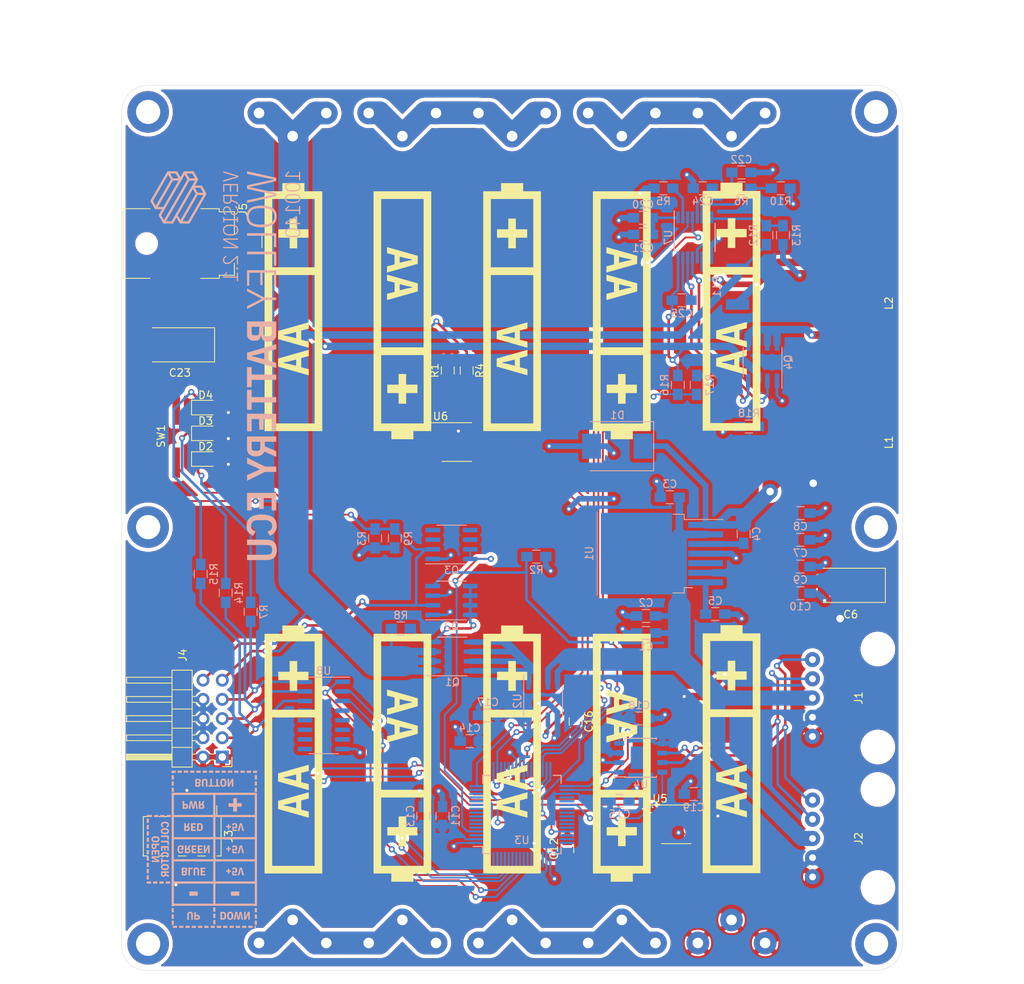
<source format=kicad_pcb>
(kicad_pcb (version 20171130) (host pcbnew "(5.1.9)-1")
  (title_block (title "Wolley BatteryECU") (date 2023-02-26) (rev 2.1) (company Knekt))
  (layers (0 F.Cu signal) (31 B.Cu signal) (34 B.Paste user) (35 F.Paste user) (36 B.SilkS user) (37 F.SilkS user) (38 B.Mask user) (39 F.Mask user) (44 Edge.Cuts user))
  (net 0 "")
  (net 1 "Net-(C4-Pad2)")
  (net 2 "Net-(C4-Pad1)")
  (net 3 "Net-(C5-Pad2)")
  (net 4 CAN-)
  (net 5 CAN+)
  (net 6 "Net-(U1-Pad5)")
  (net 7 -BATT)
  (net 8 +BATT)
  (net 9 +5V)
  (net 10 "Net-(C16-Pad1)")
  (net 11 SWCLK)
  (net 12 SWD)
  (net 13 PC_TXD)
  (net 14 PC_RXD)
  (net 15 "Net-(Q1-Pad5)")
  (net 16 MAIN_POWER_ON)
  (net 17 V_BAT1)
  (net 18 CURRENT_SENSOR)
  (net 19 "Net-(U3-Pad48)")
  (net 20 "Net-(U3-Pad47)")
  (net 21 "Net-(U3-Pad46)")
  (net 22 "Net-(U3-Pad44)")
  (net 23 "Net-(U3-Pad43)")
  (net 24 "Net-(U3-Pad42)")
  (net 25 "Net-(U3-Pad41)")
  (net 26 "Net-(U3-Pad40)")
  (net 27 "Net-(U3-Pad39)")
  (net 28 CAN_STANDBY)
  (net 29 "Net-(U3-Pad37)")
  (net 30 "Net-(U3-Pad36)")
  (net 31 CAN_RXD)
  (net 32 "Net-(U3-Pad64)")
  (net 33 "Net-(U3-Pad63)")
  (net 34 "Net-(U3-Pad59)")
  (net 35 "Net-(U3-Pad56)")
  (net 36 "Net-(U3-Pad55)")
  (net 37 "Net-(U3-Pad54)")
  (net 38 "Net-(U3-Pad53)")
  (net 39 "Net-(U3-Pad52)")
  (net 40 "Net-(U3-Pad51)")
  (net 41 "Net-(U3-Pad27)")
  (net 42 "Net-(U3-Pad26)")
  (net 43 "Net-(U3-Pad22)")
  (net 44 "Net-(U3-Pad21)")
  (net 45 TEMP_SENSOR_2)
  (net 46 TEMP_SENSOR_1)
  (net 47 "Net-(U3-Pad14)")
  (net 48 "Net-(U3-Pad13)")
  (net 49 "Net-(U3-Pad12)")
  (net 50 "Net-(U3-Pad11)")
  (net 51 "Net-(U3-Pad10)")
  (net 52 "Net-(U3-Pad9)")
  (net 53 "Net-(U3-Pad7)")
  (net 54 "Net-(U3-Pad6)")
  (net 55 "Net-(U3-Pad5)")
  (net 56 "Net-(U3-Pad3)")
  (net 57 CAN_TXD)
  (net 58 "Net-(U5-Pad2)")
  (net 59 "Net-(U5-Pad3)")
  (net 60 "Net-(U5-Pad5)")
  (net 61 "Net-(U5-Pad6)")
  (net 62 "Net-(U5-Pad7)")
  (net 63 "Net-(U6-Pad2)")
  (net 64 "Net-(U6-Pad3)")
  (net 65 "Net-(U6-Pad5)")
  (net 66 "Net-(U6-Pad6)")
  (net 67 "Net-(U6-Pad7)")
  (net 68 "Net-(U3-Pad20)")
  (net 69 "Net-(U3-Pad19)")
  (net 70 "Net-(BT1-Pad2)")
  (net 71 "Net-(BT2-Pad2)")
  (net 72 "Net-(BT3-Pad2)")
  (net 73 "Net-(BT4-Pad2)")
  (net 74 "Net-(C20-Pad1)")
  (net 75 "Net-(C22-Pad2)")
  (net 76 "Net-(C24-Pad2)")
  (net 77 "Net-(C25-Pad2)")
  (net 78 "Net-(C23-Pad1)")
  (net 79 "Net-(L2-Pad1)")
  (net 80 "Net-(L2-Pad2)")
  (net 81 "Net-(Q1-Pad4)")
  (net 82 BUTTON)
  (net 83 "Net-(Q4-Pad2)")
  (net 84 "Net-(Q4-Pad4)")
  (net 85 "Net-(R5-Pad2)")
  (net 86 "Net-(R10-Pad2)")
  (net 87 "Net-(R12-Pad2)")
  (net 88 CHG_D1)
  (net 89 CHG_D0)
  (net 90 VDC)
  (net 91 STATUS_RGB_BLUE)
  (net 92 STATUS_RGB_GREEN)
  (net 93 STATUS_RGB_RED)
  (net 94 "Net-(U8-Pad4)")
  (net 95 "Net-(U8-Pad5)")
  (net 96 "Net-(U8-Pad6)")
  (net 97 "Net-(U8-Pad7)")
  (net 98 "Net-(U8-Pad9)")
  (net 99 "Net-(U8-Pad10)")
  (net 100 "Net-(U8-Pad11)")
  (net 101 "Net-(U8-Pad12)")
  (net 102 "Net-(U8-Pad13)")
  (net 103 "Net-(U3-Pad8)")
  (net 104 STATUS_RGB_BLUE_C)
  (net 105 STATUS_RGB_RED_C)
  (net 106 STATUS_RGB_GREEN_C)
  (net 107 "Net-(J4-Pad9)")
  (net 108 "Net-(D2-Pad1)")
  (net 109 "Net-(D3-Pad1)")
  (net 110 "Net-(D4-Pad1)")
  (net 111 CHARGER_CONNECTED)
  (module PCB_BatteryModule:CK_Switch_KSC_Series (layer F.Cu) (at 94.51 72.17 90)
    (fp_text reference SW1 (at 0 0 90) (layer F.SilkS))
    (fp_text value SW_Push)
    (pad 1 smd rect (at -3.5 -2 90) (size 4 1) (layers F.Cu F.Paste F.Mask) (net 8 +BATT))
    (pad 2 smd rect (at -3.5 2 90) (size 4 1) (layers F.Cu F.Paste F.Mask) (net 107 "Net-(J4-Pad9)"))
    (pad 2 smd rect (at 3.5 2 90) (size 4 1) (layers F.Cu F.Paste F.Mask) (net 107 "Net-(J4-Pad9)"))
    (pad 1 smd rect (at 3.5 -2 90) (size 4 1) (layers F.Cu F.Paste F.Mask) (net 8 +BATT))
  )
  (module PCB_BatteryModule:Text_Wolley_BatteryECU_49mm_SilkScreen (layer B.Cu) (at 103 62.85 270)
    (fp_text reference G*** hide)
    (fp_text value LOGO hide)
  )
  (module PCB_BatteryModule:Battery_AA_Symbol_SilkScreen (layer F.Cu) (at 126.4 56.2 180)
    (fp_text reference G*** hide)
    (fp_text value LOGO hide)
  )
  (module PCB_BatteryModule:Battery_AA_Symbol_SilkScreen (layer F.Cu) (at 126.4 114.7 180)
    (fp_text reference G*** hide)
    (fp_text value LOGO hide)
  )
  (module PCB_BatteryModule:Battery_AA_Symbol_SilkScreen (layer F.Cu) (at 112 113.6)
    (fp_text reference G*** hide)
    (fp_text value LOGO hide)
  )
  (module PCB_BatteryModule:Battery_AA_Symbol_SilkScreen (layer F.Cu) (at 112 55.1)
    (fp_text reference G*** hide)
    (fp_text value LOGO hide)
  )
  (module PCB_BatteryModule:Battery_AA_Symbol_SilkScreen (layer F.Cu) (at 140.9 113.6)
    (fp_text reference G*** hide)
    (fp_text value LOGO hide)
  )
  (module PCB_BatteryModule:Battery_AA_Symbol_SilkScreen (layer F.Cu) (at 140.9 55.1)
    (fp_text reference G*** hide)
    (fp_text value LOGO hide)
  )
  (module PCB_BatteryModule:Battery_AA_Symbol_SilkScreen (layer F.Cu) (at 155.4 56.2 180)
    (fp_text reference G*** hide)
    (fp_text value LOGO hide)
  )
  (module PCB_BatteryModule:Battery_AA_Symbol_SilkScreen (layer F.Cu) (at 155.4 114.7 180)
    (fp_text reference G*** hide)
    (fp_text value LOGO hide)
  )
  (module PCB_BatteryModule:Battery_AA_Symbol_SilkScreen (layer F.Cu) (at 169.9 55.05)
    (fp_text reference G*** hide)
    (fp_text value LOGO hide)
  )
  (module PCB_BatteryModule:Battery_AA_Symbol_SilkScreen (layer F.Cu) (at 169.9 113.55)
    (fp_text reference G*** hide)
    (fp_text value LOGO hide)
  )
  (module PCB_BatteryModule:Pinout (layer B.Cu) (at 99.9 126.8 90)
    (fp_text reference G*** hide)
    (fp_text value LOGO hide)
  )
  (module Package_TO_SOT_SMD:TO-263-7_TabPin8 (layer B.Cu) (at 160.7 87.7 180)
    (fp_text reference U1 (at 9.6 0 90) (layer B.SilkS) (effects (justify mirror)))
    (fp_text value LM22679-5.0)
    (pad 8 smd rect (at 3.375 0 180) (size 9.4 10.8) (layers B.Cu B.Mask))
    (pad 7 smd rect (at -5.775 -3.81 180) (size 4.6 0.8) (layers B.Cu B.Paste B.Mask) (net 3 "Net-(C5-Pad2)"))
    (pad 6 smd rect (at -5.775 -2.54 180) (size 4.6 0.8) (layers B.Cu B.Paste B.Mask) (net 9 +5V))
    (pad 5 smd rect (at -5.775 -1.27 180) (size 4.6 0.8) (layers B.Cu B.Paste B.Mask) (net 6 "Net-(U1-Pad5)"))
    (pad 4 smd rect (at -5.775 0 180) (size 4.6 0.8) (layers B.Cu B.Paste B.Mask) (net 7 -BATT))
    (pad 3 smd rect (at -5.775 1.27 180) (size 4.6 0.8) (layers B.Cu B.Paste B.Mask) (net 1 "Net-(C4-Pad2)"))
    (pad 2 smd rect (at -5.775 2.54 180) (size 4.6 0.8) (layers B.Cu B.Paste B.Mask) (net 90 VDC))
    (pad 1 smd rect (at -5.775 3.81 180) (size 4.6 0.8) (layers B.Cu B.Paste B.Mask) (net 2 "Net-(C4-Pad1)"))
  )
  (module PCB_BatteryModule:Battery_AA_THT_Keystone_590 (layer F.Cu) (at 169.9 32.5)
    (fp_text reference BT5 hide)
    (fp_text value AA)
    (pad 2 thru_hole circle (at 4.445 106.69) (size 3 3) (drill 1.4) (layers *.Cu *.Mask) (net 7 -BATT))
    (pad 2 thru_hole circle (at 0 103.64) (size 3 3) (drill 1.4) (layers *.Cu *.Mask) (net 7 -BATT))
    (pad 2 thru_hole circle (at -4.445 106.69) (size 3 3) (drill 1.4) (layers *.Cu *.Mask) (net 7 -BATT))
    (pad 1 thru_hole circle (at 0 0) (size 3 3) (drill 1.4) (layers *.Cu *.Mask) (net 73 "Net-(BT4-Pad2)"))
    (pad 1 thru_hole circle (at 4.445 -3.05) (size 3 3) (drill 1.4) (layers *.Cu *.Mask) (net 73 "Net-(BT4-Pad2)"))
    (pad 1 thru_hole circle (at -4.445 -3.05) (size 3 3) (drill 1.4) (layers *.Cu *.Mask) (net 73 "Net-(BT4-Pad2)"))
  )
  (module PCB_BatteryModule:Battery_AA_THT_Keystone_590 (layer F.Cu) (at 155.4 136.14 180)
    (fp_text reference BT4 (at 0 6.35) (layer F.SilkS))
    (fp_text value AA)
    (pad 2 thru_hole circle (at 4.445 106.69 180) (size 3 3) (drill 1.4) (layers *.Cu *.Mask) (net 73 "Net-(BT4-Pad2)"))
    (pad 2 thru_hole circle (at 0 103.64 180) (size 3 3) (drill 1.4) (layers *.Cu *.Mask) (net 73 "Net-(BT4-Pad2)"))
    (pad 2 thru_hole circle (at -4.445 106.69 180) (size 3 3) (drill 1.4) (layers *.Cu *.Mask) (net 73 "Net-(BT4-Pad2)"))
    (pad 1 thru_hole circle (at 0 0 180) (size 3 3) (drill 1.4) (layers *.Cu *.Mask) (net 72 "Net-(BT3-Pad2)"))
    (pad 1 thru_hole circle (at 4.445 -3.05 180) (size 3 3) (drill 1.4) (layers *.Cu *.Mask) (net 72 "Net-(BT3-Pad2)"))
    (pad 1 thru_hole circle (at -4.445 -3.05 180) (size 3 3) (drill 1.4) (layers *.Cu *.Mask) (net 72 "Net-(BT3-Pad2)"))
  )
  (module PCB_BatteryModule:Battery_AA_THT_Keystone_590 (layer F.Cu) (at 140.9 32.5)
    (fp_text reference BT3 hide)
    (fp_text value AA)
    (pad 2 thru_hole circle (at 4.445 106.69) (size 3 3) (drill 1.4) (layers *.Cu *.Mask) (net 72 "Net-(BT3-Pad2)"))
    (pad 2 thru_hole circle (at 0 103.64) (size 3 3) (drill 1.4) (layers *.Cu *.Mask) (net 72 "Net-(BT3-Pad2)"))
    (pad 2 thru_hole circle (at -4.445 106.69) (size 3 3) (drill 1.4) (layers *.Cu *.Mask) (net 72 "Net-(BT3-Pad2)"))
    (pad 1 thru_hole circle (at 0 0) (size 3 3) (drill 1.4) (layers *.Cu *.Mask) (net 71 "Net-(BT2-Pad2)"))
    (pad 1 thru_hole circle (at 4.445 -3.05) (size 3 3) (drill 1.4) (layers *.Cu *.Mask) (net 71 "Net-(BT2-Pad2)"))
    (pad 1 thru_hole circle (at -4.445 -3.05) (size 3 3) (drill 1.4) (layers *.Cu *.Mask) (net 71 "Net-(BT2-Pad2)"))
  )
  (module PCB_BatteryModule:Battery_AA_THT_Keystone_590 (layer F.Cu) (at 126.4 136.14 180)
    (fp_text reference BT2 (at 0 6.35) (layer F.SilkS))
    (fp_text value AA)
    (pad 2 thru_hole circle (at 4.445 106.69 180) (size 3 3) (drill 1.4) (layers *.Cu *.Mask) (net 71 "Net-(BT2-Pad2)"))
    (pad 2 thru_hole circle (at 0 103.64 180) (size 3 3) (drill 1.4) (layers *.Cu *.Mask) (net 71 "Net-(BT2-Pad2)"))
    (pad 2 thru_hole circle (at -4.445 106.69 180) (size 3 3) (drill 1.4) (layers *.Cu *.Mask) (net 71 "Net-(BT2-Pad2)"))
    (pad 1 thru_hole circle (at 0 0 180) (size 3 3) (drill 1.4) (layers *.Cu *.Mask) (net 70 "Net-(BT1-Pad2)"))
    (pad 1 thru_hole circle (at 4.445 -3.05 180) (size 3 3) (drill 1.4) (layers *.Cu *.Mask) (net 70 "Net-(BT1-Pad2)"))
    (pad 1 thru_hole circle (at -4.445 -3.05 180) (size 3 3) (drill 1.4) (layers *.Cu *.Mask) (net 70 "Net-(BT1-Pad2)"))
  )
  (module PCB_BatteryModule:Battery_AA_THT_Keystone_590 (layer F.Cu) (at 111.9 32.5)
    (fp_text reference BT1 hide)
    (fp_text value AA)
    (pad 2 thru_hole circle (at 4.445 106.69) (size 3 3) (drill 1.4) (layers *.Cu *.Mask) (net 70 "Net-(BT1-Pad2)"))
    (pad 2 thru_hole circle (at 0 103.64) (size 3 3) (drill 1.4) (layers *.Cu *.Mask) (net 70 "Net-(BT1-Pad2)"))
    (pad 2 thru_hole circle (at -4.445 106.69) (size 3 3) (drill 1.4) (layers *.Cu *.Mask) (net 70 "Net-(BT1-Pad2)"))
    (pad 1 thru_hole circle (at 0 0) (size 3 3) (drill 1.4) (layers *.Cu *.Mask) (net 8 +BATT))
    (pad 1 thru_hole circle (at 4.445 -3.05) (size 3 3) (drill 1.4) (layers *.Cu *.Mask) (net 8 +BATT))
    (pad 1 thru_hole circle (at -4.445 -3.05) (size 3 3) (drill 1.4) (layers *.Cu *.Mask) (net 8 +BATT))
  )
  (module PCB_BatteryModule:WolleyInterconnect_THT_Angeled (layer F.Cu) (at 180.6 106.8 270)
    (fp_text reference J1 (at 0 -6.1 90) (layer F.SilkS))
    (fp_text value "Interconnect A")
    (pad 5 thru_hole circle (at 5.08 0 270) (size 2 2) (drill 0.9) (layers *.Cu *.Mask) (net 7 -BATT))
    (pad "" np_thru_hole circle (at 6.48 -8.64 270) (size 3.4 3.4) (drill 3.4) (layers *.Cu *.Mask) (clearance 0.6))
    (pad "" np_thru_hole circle (at -6.48 -8.64 270) (size 3.4 3.4) (drill 3.4) (layers *.Cu *.Mask) (clearance 0.6))
    (pad 4 thru_hole circle (at 2.54 0 270) (size 2 2) (drill 0.9) (layers *.Cu *.Mask) (net 9 +5V))
    (pad 3 thru_hole circle (at 0 0 270) (size 2 2) (drill 0.9) (layers *.Cu *.Mask) (net 90 VDC))
    (pad 2 thru_hole circle (at -2.54 0 270) (size 2 2) (drill 0.9) (layers *.Cu *.Mask) (net 5 CAN+))
    (pad 1 thru_hole circle (at -5.08 0 270) (size 2 2) (drill 0.9) (layers *.Cu *.Mask) (net 4 CAN-))
  )
  (module PCB_BatteryModule:WolleyInterconnect_THT_Angeled (layer F.Cu) (at 180.61 125.37 270)
    (fp_text reference J2 (at 0.03 -6.09 90) (layer F.SilkS))
    (fp_text value "Interconnect B")
    (pad 5 thru_hole circle (at 5.08 0 270) (size 2 2) (drill 0.9) (layers *.Cu *.Mask) (net 7 -BATT))
    (pad "" np_thru_hole circle (at 6.48 -8.64 270) (size 3.4 3.4) (drill 3.4) (layers *.Cu *.Mask) (clearance 0.6))
    (pad "" np_thru_hole circle (at -6.48 -8.64 270) (size 3.4 3.4) (drill 3.4) (layers *.Cu *.Mask) (clearance 0.6))
    (pad 4 thru_hole circle (at 2.54 0 270) (size 2 2) (drill 0.9) (layers *.Cu *.Mask) (net 9 +5V))
    (pad 3 thru_hole circle (at 0 0 270) (size 2 2) (drill 0.9) (layers *.Cu *.Mask) (net 90 VDC))
    (pad 2 thru_hole circle (at -2.54 0 270) (size 2 2) (drill 0.9) (layers *.Cu *.Mask) (net 5 CAN+))
    (pad 1 thru_hole circle (at -5.08 0 270) (size 2 2) (drill 0.9) (layers *.Cu *.Mask) (net 4 CAN-))
  )
  (module PCB_BatteryModule:C_2010_5025Metric_HandSoldering (layer B.Cu) (at 170.7 52.4 90)
    (fp_text reference R11 (at 0 -2.74 90) (layer B.SilkS) (effects (justify mirror)))
    (fp_text value 0.1)
    (pad 2 smd rect (at 2.35 0 90) (size 1.4 3.05) (layers B.Cu B.Paste B.Mask) (net 8 +BATT))
    (pad 1 smd rect (at -2.35 0 90) (size 1.4 3.05) (layers B.Cu B.Paste B.Mask) (net 80 "Net-(L2-Pad2)"))
  )
  (module Capacitor_Tantalum_SMD:CP_EIA-7343-43_Kemet-X_Pad2.25x2.55mm_HandSolder (layer F.Cu) (at 185.65 91.9 180)
    (fp_text reference C6 (at 0 -3.85 180) (layer F.SilkS))
    (fp_text value 100uF)
    (pad 2 smd roundrect (at 3.2 0 180) (size 2.25 2.55) (layers F.Cu F.Paste F.Mask) (roundrect_rratio 0.1111106666666667) (net 7 -BATT))
    (pad 1 smd roundrect (at -3.2 0 180) (size 2.25 2.55) (layers F.Cu F.Paste F.Mask) (roundrect_rratio 0.1111106666666667) (net 9 +5V))
  )
  (module MountingHole:MountingHole_3.2mm_M3_ISO14580_Pad_TopBottom (layer F.Cu) (at 92.8 139.3)
    (fp_text reference REF** hide)
    (fp_text value MountingHole_3.2mm_M3_ISO14580_Pad_TopBottom)
    (pad 1 connect circle (at 0 0) (size 5.5 5.5) (layers B.Cu B.Mask))
    (pad 1 connect circle (at 0 0) (size 5.5 5.5) (layers F.Cu F.Mask))
    (pad 1 thru_hole circle (at 0 0) (size 3.6 3.6) (drill 3.2) (layers *.Cu *.Mask))
  )
  (module MountingHole:MountingHole_3.2mm_M3_ISO14580_Pad_TopBottom (layer F.Cu) (at 92.8 84.2)
    (fp_text reference REF** hide)
    (fp_text value MountingHole_3.2mm_M3_ISO14580_Pad_TopBottom)
    (pad 1 thru_hole circle (at 0 0) (size 3.6 3.6) (drill 3.2) (layers *.Cu *.Mask))
    (pad 1 connect circle (at 0 0) (size 5.5 5.5) (layers F.Cu F.Mask))
    (pad 1 connect circle (at 0 0) (size 5.5 5.5) (layers B.Cu B.Mask))
  )
  (module MountingHole:MountingHole_3.2mm_M3_ISO14580_Pad_TopBottom (layer F.Cu) (at 189 84.2)
    (fp_text reference REF** hide)
    (fp_text value MountingHole_3.2mm_M3_ISO14580_Pad_TopBottom)
    (pad 1 connect circle (at 0 0) (size 5.5 5.5) (layers B.Cu B.Mask))
    (pad 1 connect circle (at 0 0) (size 5.5 5.5) (layers F.Cu F.Mask))
    (pad 1 thru_hole circle (at 0 0) (size 3.6 3.6) (drill 3.2) (layers *.Cu *.Mask))
  )
  (module MountingHole:MountingHole_3.2mm_M3_ISO14580_Pad_TopBottom (layer F.Cu) (at 92.8 29.3)
    (fp_text reference REF** hide)
    (fp_text value MountingHole_3.2mm_M3_ISO14580_Pad_TopBottom)
    (pad 1 thru_hole circle (at 0 0) (size 3.6 3.6) (drill 3.2) (layers *.Cu *.Mask))
    (pad 1 connect circle (at 0 0) (size 5.5 5.5) (layers F.Cu F.Mask))
    (pad 1 connect circle (at 0 0) (size 5.5 5.5) (layers B.Cu B.Mask))
  )
  (module MountingHole:MountingHole_3.2mm_M3_ISO14580_Pad_TopBottom (layer F.Cu) (at 189 139.3)
    (fp_text reference REF** hide)
    (fp_text value MountingHole_3.2mm_M3_ISO14580_Pad_TopBottom)
    (pad 1 thru_hole circle (at 0 0) (size 3.6 3.6) (drill 3.2) (layers *.Cu *.Mask))
    (pad 1 connect circle (at 0 0) (size 5.5 5.5) (layers F.Cu F.Mask))
    (pad 1 connect circle (at 0 0) (size 5.5 5.5) (layers B.Cu B.Mask))
  )
  (module MountingHole:MountingHole_3.2mm_M3_ISO14580_Pad_TopBottom (layer F.Cu) (at 189 29.3)
    (fp_text reference REF** hide)
    (fp_text value MountingHole_3.2mm_M3_ISO14580_Pad_TopBottom)
    (pad 1 connect circle (at 0 0) (size 5.5 5.5) (layers B.Cu B.Mask))
    (pad 1 connect circle (at 0 0) (size 5.5 5.5) (layers F.Cu F.Mask))
    (pad 1 thru_hole circle (at 0 0) (size 3.6 3.6) (drill 3.2) (layers *.Cu *.Mask))
  )
  (module PCB_BatteryModule:Logo_Wolley_Interconnect_SolderMask (layer F.Cu) (at 94.2 95.55 90)
    (fp_text reference G*** hide)
    (fp_text value LOGO hide)
  )
  (module Capacitors_SMD:C_0805_HandSoldering (layer B.Cu) (at 158.6 98.2 180)
    (fp_text reference C1 (at 0 -1.8) (layer B.SilkS) (effects (justify mirror)))
    (fp_text value 47uF)
    (pad 2 smd rect (at 1.25 0 180) (size 1.5 1.25) (layers B.Cu B.Paste B.Mask) (net 7 -BATT))
    (pad 1 smd rect (at -1.25 0 180) (size 1.5 1.25) (layers B.Cu B.Paste B.Mask) (net 90 VDC))
  )
  (module Capacitors_SMD:C_0805_HandSoldering (layer B.Cu) (at 158.6 95.95 180)
    (fp_text reference C2 (at 0 1.75) (layer B.SilkS) (effects (justify mirror)))
    (fp_text value 10uF)
    (pad 1 smd rect (at -1.25 0 180) (size 1.5 1.25) (layers B.Cu B.Paste B.Mask) (net 90 VDC))
    (pad 2 smd rect (at 1.25 0 180) (size 1.5 1.25) (layers B.Cu B.Paste B.Mask) (net 7 -BATT))
  )
  (module Capacitors_SMD:C_0805_HandSoldering (layer B.Cu) (at 161.75 80.25 180)
    (fp_text reference C3 (at 0 1.75) (layer B.SilkS) (effects (justify mirror)))
    (fp_text value 1uF)
    (pad 1 smd rect (at -1.25 0 180) (size 1.5 1.25) (layers B.Cu B.Paste B.Mask) (net 90 VDC))
    (pad 2 smd rect (at 1.25 0 180) (size 1.5 1.25) (layers B.Cu B.Paste B.Mask) (net 7 -BATT))
  )
  (module Capacitors_SMD:C_0805_HandSoldering (layer B.Cu) (at 171.5 85.1 270)
    (fp_text reference C4 (at 0 -1.7 90) (layer B.SilkS) (effects (justify mirror)))
    (fp_text value 10nF)
    (pad 2 smd rect (at 1.25 0 270) (size 1.5 1.25) (layers B.Cu B.Paste B.Mask) (net 1 "Net-(C4-Pad2)"))
    (pad 1 smd rect (at -1.25 0 270) (size 1.5 1.25) (layers B.Cu B.Paste B.Mask) (net 2 "Net-(C4-Pad1)"))
  )
  (module Capacitors_SMD:C_0805_HandSoldering (layer B.Cu) (at 167.75 95.7 180)
    (fp_text reference C5 (at 0 1.75) (layer B.SilkS) (effects (justify mirror)))
    (fp_text value 100nF)
    (pad 2 smd rect (at 1.25 0 180) (size 1.5 1.25) (layers B.Cu B.Paste B.Mask) (net 3 "Net-(C5-Pad2)"))
    (pad 1 smd rect (at -1.25 0 180) (size 1.5 1.25) (layers B.Cu B.Paste B.Mask) (net 7 -BATT))
  )
  (module Capacitors_SMD:C_0805_HandSoldering (layer B.Cu) (at 179 85.883333)
    (fp_text reference C7 (at 0 1.75) (layer B.SilkS) (effects (justify mirror)))
    (fp_text value 47uF)
    (pad 2 smd rect (at 1.25 0) (size 1.5 1.25) (layers B.Cu B.Paste B.Mask) (net 7 -BATT))
    (pad 1 smd rect (at -1.25 0) (size 1.5 1.25) (layers B.Cu B.Paste B.Mask) (net 9 +5V))
  )
  (module Capacitors_SMD:C_0805_HandSoldering (layer B.Cu) (at 179 82.35)
    (fp_text reference C8 (at 0 1.75) (layer B.SilkS) (effects (justify mirror)))
    (fp_text value 22uF)
    (pad 1 smd rect (at -1.25 0) (size 1.5 1.25) (layers B.Cu B.Paste B.Mask) (net 9 +5V))
    (pad 2 smd rect (at 1.25 0) (size 1.5 1.25) (layers B.Cu B.Paste B.Mask) (net 7 -BATT))
  )
  (module Capacitors_SMD:C_0805_HandSoldering (layer B.Cu) (at 179 89.416666)
    (fp_text reference C9 (at 0 1.75) (layer B.SilkS) (effects (justify mirror)))
    (fp_text value 22uF)
    (pad 2 smd rect (at 1.25 0) (size 1.5 1.25) (layers B.Cu B.Paste B.Mask) (net 7 -BATT))
    (pad 1 smd rect (at -1.25 0) (size 1.5 1.25) (layers B.Cu B.Paste B.Mask) (net 9 +5V))
  )
  (module Capacitors_SMD:C_0805_HandSoldering (layer B.Cu) (at 179 92.95)
    (fp_text reference C10 (at 0 1.75) (layer B.SilkS) (effects (justify mirror)))
    (fp_text value 1uF)
    (pad 1 smd rect (at -1.25 0) (size 1.5 1.25) (layers B.Cu B.Paste B.Mask) (net 9 +5V))
    (pad 2 smd rect (at 1.25 0) (size 1.5 1.25) (layers B.Cu B.Paste B.Mask) (net 7 -BATT))
  )
  (module PCB_BatteryModule:Inductor_SMD_Bourns_SRR1280 (layer F.Cu) (at 185.7 73.2 270)
    (fp_text reference L1 (at -0.2 -5 270) (layer F.SilkS))
    (fp_text value 4.5uH)
    (pad 1 smd rect (at -5.2 0 270) (size 3.6 5.4) (layers F.Cu F.Paste F.Mask) (net 2 "Net-(C4-Pad1)"))
    (pad 2 smd rect (at 5.2 0 270) (size 3.6 5.4) (layers F.Cu F.Paste F.Mask) (net 9 +5V))
  )
  (module PCB_BatteryModule:C_0805_HandSoldering (layer B.Cu) (at 131.7 122.4 90)
    (fp_text reference C11 (at 0 1.75 90) (layer B.SilkS) (effects (justify mirror)))
    (fp_text value 220nF)
    (pad 2 smd rect (at 1.25 0 90) (size 1.5 1.25) (layers B.Cu B.Paste B.Mask) (net 7 -BATT))
    (pad 1 smd rect (at -1.25 0 90) (size 1.5 1.25) (layers B.Cu B.Paste B.Mask) (net 9 +5V))
  )
  (module PCB_BatteryModule:C_0805_HandSoldering (layer F.Cu) (at 148.2 126.75 90)
    (fp_text reference C12 (at 0 -1.75 -90) (layer F.SilkS))
    (fp_text value 100nF)
    (pad 1 smd rect (at -1.25 0 90) (size 1.5 1.25) (layers F.Cu F.Paste F.Mask) (net 9 +5V))
    (pad 2 smd rect (at 1.25 0 90) (size 1.5 1.25) (layers F.Cu F.Paste F.Mask) (net 7 -BATT))
  )
  (module PCB_BatteryModule:C_0805_HandSoldering (layer B.Cu) (at 129.162 122.4 90)
    (fp_text reference C13 (at 0 -1.7 270) (layer B.SilkS) (effects (justify mirror)))
    (fp_text value 100nF)
    (pad 2 smd rect (at 1.25 0 90) (size 1.5 1.25) (layers B.Cu B.Paste B.Mask) (net 7 -BATT))
    (pad 1 smd rect (at -1.25 0 90) (size 1.5 1.25) (layers B.Cu B.Paste B.Mask) (net 9 +5V))
  )
  (module PCB_BatteryModule:C_0805_HandSoldering (layer B.Cu) (at 135.3 112.5 180)
    (fp_text reference C14 (at 0 1.75) (layer B.SilkS) (effects (justify mirror)))
    (fp_text value 100nF)
    (pad 1 smd rect (at -1.25 0 180) (size 1.5 1.25) (layers B.Cu B.Paste B.Mask) (net 9 +5V))
    (pad 2 smd rect (at 1.25 0 180) (size 1.5 1.25) (layers B.Cu B.Paste B.Mask) (net 7 -BATT))
  )
  (module PCB_BatteryModule:C_0805_HandSoldering (layer B.Cu) (at 155.1 120.4)
    (fp_text reference C15 (at 0 1.75) (layer B.SilkS) (effects (justify mirror)))
    (fp_text value 100nF)
    (pad 2 smd rect (at 1.25 0) (size 1.5 1.25) (layers B.Cu B.Paste B.Mask) (net 7 -BATT))
    (pad 1 smd rect (at -1.25 0) (size 1.5 1.25) (layers B.Cu B.Paste B.Mask) (net 9 +5V))
  )
  (module PCB_BatteryModule:C_0805_HandSoldering (layer F.Cu) (at 149.3 109.9 270)
    (fp_text reference C16 (at 0 -1.75 270) (layer F.SilkS))
    (fp_text value 1nF)
    (pad 2 smd rect (at 1.25 0 270) (size 1.5 1.25) (layers F.Cu F.Paste F.Mask) (net 7 -BATT))
    (pad 1 smd rect (at -1.25 0 270) (size 1.5 1.25) (layers F.Cu F.Paste F.Mask) (net 10 "Net-(C16-Pad1)"))
  )
  (module PCB_BatteryModule:C_0805_HandSoldering (layer B.Cu) (at 137.7 109.1 180)
    (fp_text reference C17 (at 0 1.75) (layer B.SilkS) (effects (justify mirror)))
    (fp_text value 100nF)
    (pad 1 smd rect (at -1.25 0 180) (size 1.5 1.25) (layers B.Cu B.Paste B.Mask) (net 9 +5V))
    (pad 2 smd rect (at 1.25 0 180) (size 1.5 1.25) (layers B.Cu B.Paste B.Mask) (net 7 -BATT))
  )
  (module PCB_BatteryModule:C_0805_HandSoldering (layer B.Cu) (at 157.7 109.5 180)
    (fp_text reference C18 (at 0 1.75) (layer B.SilkS) (effects (justify mirror)))
    (fp_text value 100nF)
    (pad 1 smd rect (at -1.25 0 180) (size 1.5 1.25) (layers B.Cu B.Paste B.Mask) (net 7 -BATT))
    (pad 2 smd rect (at 1.25 0 180) (size 1.5 1.25) (layers B.Cu B.Paste B.Mask) (net 9 +5V))
  )
  (module PCB_BatteryModule:C_0805_HandSoldering (layer B.Cu) (at 164.9 119.5)
    (fp_text reference C19 (at 0 1.75) (layer B.SilkS) (effects (justify mirror)))
    (fp_text value 100nF)
    (pad 2 smd rect (at 1.25 0) (size 1.5 1.25) (layers B.Cu B.Paste B.Mask) (net 9 +5V))
    (pad 1 smd rect (at -1.25 0) (size 1.5 1.25) (layers B.Cu B.Paste B.Mask) (net 7 -BATT))
  )
  (module PCB_BatteryModule:Pin_Header_Straight_2x04_Pitch2.54mm_SMD (layer F.Cu) (at 97.3 125.08 270)
    (fp_text reference J3 (at 0 -6.14 270) (layer F.SilkS))
    (fp_text value Debug)
    (pad 1 smd rect (at -3.025 -3.81 270) (size 3.65 1) (layers F.Cu F.Paste F.Mask) (net 11 SWCLK))
    (pad 2 smd rect (at 3.025 -3.81 270) (size 3.65 1) (layers F.Cu F.Paste F.Mask) (net 12 SWD))
    (pad 3 smd rect (at -3.025 -1.27 270) (size 3.65 1) (layers F.Cu F.Paste F.Mask) (net 9 +5V))
    (pad 4 smd rect (at 3.025 -1.27 270) (size 3.65 1) (layers F.Cu F.Paste F.Mask) (net 7 -BATT))
    (pad 5 smd rect (at -3.025 1.27 270) (size 3.65 1) (layers F.Cu F.Paste F.Mask) (net 7 -BATT))
    (pad 6 smd rect (at 3.025 1.27 270) (size 3.65 1) (layers F.Cu F.Paste F.Mask) (net 9 +5V))
    (pad 7 smd rect (at -3.025 3.81 270) (size 3.65 1) (layers F.Cu F.Paste F.Mask) (net 13 PC_TXD))
    (pad 8 smd rect (at 3.025 3.81 270) (size 3.65 1) (layers F.Cu F.Paste F.Mask) (net 14 PC_RXD))
  )
  (module Package_SO:SOIC-8_3.9x4.9mm_P1.27mm (layer B.Cu) (at 133 101.3)
    (fp_text reference Q1 (at 0 3.4) (layer B.SilkS) (effects (justify mirror)))
    (fp_text value IRF7406)
    (pad 1 smd roundrect (at -2.475 1.905) (size 1.95 0.6) (layers B.Cu B.Paste B.Mask) (net 8 +BATT))
    (pad 2 smd roundrect (at -2.475 0.635) (size 1.95 0.6) (layers B.Cu B.Paste B.Mask) (net 8 +BATT))
    (pad 3 smd roundrect (at -2.475 -0.635) (size 1.95 0.6) (layers B.Cu B.Paste B.Mask) (net 8 +BATT))
    (pad 4 smd roundrect (at -2.475 -1.905) (size 1.95 0.6) (layers B.Cu B.Paste B.Mask) (net 81 "Net-(Q1-Pad4)"))
    (pad 5 smd roundrect (at 2.475 -1.905) (size 1.95 0.6) (layers B.Cu B.Paste B.Mask) (net 15 "Net-(Q1-Pad5)"))
    (pad 6 smd roundrect (at 2.475 -0.635) (size 1.95 0.6) (layers B.Cu B.Paste B.Mask) (net 15 "Net-(Q1-Pad5)"))
    (pad 7 smd roundrect (at 2.475 0.635) (size 1.95 0.6) (layers B.Cu B.Paste B.Mask) (net 15 "Net-(Q1-Pad5)"))
    (pad 8 smd roundrect (at 2.475 1.905) (size 1.95 0.6) (layers B.Cu B.Paste B.Mask) (net 15 "Net-(Q1-Pad5)"))
  )
  (module PCB_BatteryModule:C_0805_HandSoldering (layer F.Cu) (at 132.4 63.5 90)
    (fp_text reference R1 (at 0 -1.75 90) (layer F.SilkS))
    (fp_text value 2K)
    (pad 1 smd rect (at -1.25 0 90) (size 1.5 1.25) (layers F.Cu F.Paste F.Mask) (net 17 V_BAT1))
    (pad 2 smd rect (at 1.25 0 90) (size 1.5 1.25) (layers F.Cu F.Paste F.Mask) (net 7 -BATT))
  )
  (module PCB_BatteryModule:C_0805_HandSoldering (layer F.Cu) (at 134.9 63.5 270)
    (fp_text reference R4 (at 0 -1.75 90) (layer F.SilkS))
    (fp_text value 18K)
    (pad 2 smd rect (at 1.25 0 270) (size 1.5 1.25) (layers F.Cu F.Paste F.Mask) (net 17 V_BAT1))
    (pad 1 smd rect (at -1.25 0 270) (size 1.5 1.25) (layers F.Cu F.Paste F.Mask) (net 8 +BATT))
  )
  (module PCB_BatteryModule:C_0805_HandSoldering (layer B.Cu) (at 126.2 97.6 180)
    (fp_text reference R8 (at 0 1.75) (layer B.SilkS) (effects (justify mirror)))
    (fp_text value 10K)
    (pad 1 smd rect (at -1.25 0 180) (size 1.5 1.25) (layers B.Cu B.Paste B.Mask) (net 81 "Net-(Q1-Pad4)"))
    (pad 2 smd rect (at 1.25 0 180) (size 1.5 1.25) (layers B.Cu B.Paste B.Mask) (net 8 +BATT))
  )
  (module PCB_BatteryModule:C_0805_HandSoldering (layer B.Cu) (at 125.4 85.7 270)
    (fp_text reference R9 (at 0 -1.8 90) (layer B.SilkS) (effects (justify mirror)))
    (fp_text value 380K)
    (pad 1 smd rect (at -1.25 0 270) (size 1.5 1.25) (layers B.Cu B.Paste B.Mask) (net 107 "Net-(J4-Pad9)"))
    (pad 2 smd rect (at 1.25 0 270) (size 1.5 1.25) (layers B.Cu B.Paste B.Mask) (net 7 -BATT))
  )
  (module Package_SO:SOIC-8_3.9x4.9mm_P1.27mm (layer B.Cu) (at 145 107.2 270)
    (fp_text reference U2 (at 0 3.4 90) (layer B.SilkS) (effects (justify mirror)))
    (fp_text value MCS1803GS-05P)
    (pad 8 smd roundrect (at 2.475 1.905 270) (size 1.95 0.6) (layers B.Cu B.Paste B.Mask) (net 9 +5V))
    (pad 7 smd roundrect (at 2.475 0.635 270) (size 1.95 0.6) (layers B.Cu B.Paste B.Mask) (net 18 CURRENT_SENSOR))
    (pad 6 smd roundrect (at 2.475 -0.635 270) (size 1.95 0.6) (layers B.Cu B.Paste B.Mask) (net 10 "Net-(C16-Pad1)"))
    (pad 5 smd roundrect (at 2.475 -1.905 270) (size 1.95 0.6) (layers B.Cu B.Paste B.Mask) (net 7 -BATT))
    (pad 4 smd roundrect (at -2.475 -1.905 270) (size 1.95 0.6) (layers B.Cu B.Paste B.Mask) (net 90 VDC))
    (pad 3 smd roundrect (at -2.475 -0.635 270) (size 1.95 0.6) (layers B.Cu B.Paste B.Mask) (net 90 VDC))
    (pad 2 smd roundrect (at -2.475 0.635 270) (size 1.95 0.6) (layers B.Cu B.Paste B.Mask) (net 15 "Net-(Q1-Pad5)"))
    (pad 1 smd roundrect (at -2.475 1.905 270) (size 1.95 0.6) (layers B.Cu B.Paste B.Mask) (net 15 "Net-(Q1-Pad5)"))
  )
  (module PCB_BatteryModule:TQFP-64_10x10mm_Pitch0.5mm_Handsoldering (layer B.Cu) (at 142.2 122.2)
    (fp_text reference U3 (at 0 3.4) (layer B.SilkS) (effects (justify mirror)))
    (fp_text value XMC1404_F064)
    (pad 48 smd rect (at 5.95 3.75) (size 2 0.3) (layers B.Cu B.Paste B.Mask) (net 19 "Net-(U3-Pad48)"))
    (pad 47 smd rect (at 5.95 3.25) (size 2 0.3) (layers B.Cu B.Paste B.Mask) (net 20 "Net-(U3-Pad47)"))
    (pad 46 smd rect (at 5.95 2.75) (size 2 0.3) (layers B.Cu B.Paste B.Mask) (net 21 "Net-(U3-Pad46)"))
    (pad 45 smd rect (at 5.95 2.25) (size 2 0.3) (layers B.Cu B.Paste B.Mask) (net 16 MAIN_POWER_ON))
    (pad 44 smd rect (at 5.95 1.75) (size 2 0.3) (layers B.Cu B.Paste B.Mask) (net 22 "Net-(U3-Pad44)"))
    (pad 43 smd rect (at 5.95 1.25) (size 2 0.3) (layers B.Cu B.Paste B.Mask) (net 23 "Net-(U3-Pad43)"))
    (pad 42 smd rect (at 5.95 0.75) (size 2 0.3) (layers B.Cu B.Paste B.Mask) (net 24 "Net-(U3-Pad42)"))
    (pad 41 smd rect (at 5.95 0.25) (size 2 0.3) (layers B.Cu B.Paste B.Mask) (net 25 "Net-(U3-Pad41)"))
    (pad 40 smd rect (at 5.95 -0.25) (size 2 0.3) (layers B.Cu B.Paste B.Mask) (net 26 "Net-(U3-Pad40)"))
    (pad 39 smd rect (at 5.95 -0.75) (size 2 0.3) (layers B.Cu B.Paste B.Mask) (net 27 "Net-(U3-Pad39)"))
    (pad 38 smd rect (at 5.95 -1.25) (size 2 0.3) (layers B.Cu B.Paste B.Mask) (net 28 CAN_STANDBY))
    (pad 37 smd rect (at 5.95 -1.75) (size 2 0.3) (layers B.Cu B.Paste B.Mask) (net 29 "Net-(U3-Pad37)"))
    (pad 36 smd rect (at 5.95 -2.25) (size 2 0.3) (layers B.Cu B.Paste B.Mask) (net 30 "Net-(U3-Pad36)"))
    (pad 35 smd rect (at 5.95 -2.75) (size 2 0.3) (layers B.Cu B.Paste B.Mask) (net 9 +5V))
    (pad 34 smd rect (at 5.95 -3.25) (size 2 0.3) (layers B.Cu B.Paste B.Mask) (net 31 CAN_RXD))
    (pad 64 smd rect (at -3.75 5.95 270) (size 2 0.3) (layers B.Cu B.Paste B.Mask) (net 32 "Net-(U3-Pad64)"))
    (pad 63 smd rect (at -3.25 5.95 270) (size 2 0.3) (layers B.Cu B.Paste B.Mask) (net 33 "Net-(U3-Pad63)"))
    (pad 62 smd rect (at -2.75 5.95 270) (size 2 0.3) (layers B.Cu B.Paste B.Mask) (net 91 STATUS_RGB_BLUE))
    (pad 61 smd rect (at -2.25 5.95 270) (size 2 0.3) (layers B.Cu B.Paste B.Mask) (net 92 STATUS_RGB_GREEN))
    (pad 60 smd rect (at -1.75 5.95 270) (size 2 0.3) (layers B.Cu B.Paste B.Mask) (net 93 STATUS_RGB_RED))
    (pad 59 smd rect (at -1.25 5.95 270) (size 2 0.3) (layers B.Cu B.Paste B.Mask) (net 34 "Net-(U3-Pad59)"))
    (pad 58 smd rect (at -0.75 5.95 270) (size 2 0.3) (layers B.Cu B.Paste B.Mask) (net 11 SWCLK))
    (pad 57 smd rect (at -0.25 5.95 270) (size 2 0.3) (layers B.Cu B.Paste B.Mask) (net 12 SWD))
    (pad 56 smd rect (at 0.25 5.95 270) (size 2 0.3) (layers B.Cu B.Paste B.Mask) (net 35 "Net-(U3-Pad56)"))
    (pad 55 smd rect (at 0.75 5.95 270) (size 2 0.3) (layers B.Cu B.Paste B.Mask) (net 36 "Net-(U3-Pad55)"))
    (pad 54 smd rect (at 1.25 5.95 270) (size 2 0.3) (layers B.Cu B.Paste B.Mask) (net 37 "Net-(U3-Pad54)"))
    (pad 53 smd rect (at 1.75 5.95 270) (size 2 0.3) (layers B.Cu B.Paste B.Mask) (net 38 "Net-(U3-Pad53)"))
    (pad 52 smd rect (at 2.25 5.95 270) (size 2 0.3) (layers B.Cu B.Paste B.Mask) (net 39 "Net-(U3-Pad52)"))
    (pad 51 smd rect (at 2.75 5.95 270) (size 2 0.3) (layers B.Cu B.Paste B.Mask) (net 40 "Net-(U3-Pad51)"))
    (pad 50 smd rect (at 3.25 5.95 270) (size 2 0.3) (layers B.Cu B.Paste B.Mask) (net 9 +5V))
    (pad 32 smd rect (at 3.75 -5.95 270) (size 2 0.3) (layers B.Cu B.Paste B.Mask) (net 14 PC_RXD))
    (pad 31 smd rect (at 3.25 -5.95 270) (size 2 0.3) (layers B.Cu B.Paste B.Mask) (net 13 PC_TXD))
    (pad 30 smd rect (at 2.75 -5.95 270) (size 2 0.3) (layers B.Cu B.Paste B.Mask) (net 111 CHARGER_CONNECTED))
    (pad 29 smd rect (at 2.25 -5.95 270) (size 2 0.3) (layers B.Cu B.Paste B.Mask) (net 88 CHG_D1))
    (pad 28 smd rect (at 1.75 -5.95 270) (size 2 0.3) (layers B.Cu B.Paste B.Mask) (net 89 CHG_D0))
    (pad 27 smd rect (at 1.25 -5.95 270) (size 2 0.3) (layers B.Cu B.Paste B.Mask) (net 41 "Net-(U3-Pad27)"))
    (pad 26 smd rect (at 0.75 -5.95 270) (size 2 0.3) (layers B.Cu B.Paste B.Mask) (net 42 "Net-(U3-Pad26)"))
    (pad 25 smd rect (at 0.25 -5.95 270) (size 2 0.3) (layers B.Cu B.Paste B.Mask) (net 9 +5V))
    (pad 24 smd rect (at -0.25 -5.95 270) (size 2 0.3) (layers B.Cu B.Paste B.Mask) (net 9 +5V))
    (pad 23 smd rect (at -0.75 -5.95 270) (size 2 0.3) (layers B.Cu B.Paste B.Mask) (net 7 -BATT))
    (pad 22 smd rect (at -1.25 -5.95 270) (size 2 0.3) (layers B.Cu B.Paste B.Mask) (net 43 "Net-(U3-Pad22)"))
    (pad 21 smd rect (at -1.75 -5.95 270) (size 2 0.3) (layers B.Cu B.Paste B.Mask) (net 44 "Net-(U3-Pad21)"))
    (pad 20 smd rect (at -2.25 -5.95 270) (size 2 0.3) (layers B.Cu B.Paste B.Mask) (net 68 "Net-(U3-Pad20)"))
    (pad 19 smd rect (at -2.75 -5.95 270) (size 2 0.3) (layers B.Cu B.Paste B.Mask) (net 69 "Net-(U3-Pad19)"))
    (pad 18 smd rect (at -3.25 -5.95 270) (size 2 0.3) (layers B.Cu B.Paste B.Mask) (net 17 V_BAT1))
    (pad 16 smd rect (at -5.95 -3.75) (size 2 0.3) (layers B.Cu B.Paste B.Mask) (net 45 TEMP_SENSOR_2))
    (pad 15 smd rect (at -5.95 -3.25) (size 2 0.3) (layers B.Cu B.Paste B.Mask) (net 46 TEMP_SENSOR_1))
    (pad 14 smd rect (at -5.95 -2.75) (size 2 0.3) (layers B.Cu B.Paste B.Mask) (net 47 "Net-(U3-Pad14)"))
    (pad 13 smd rect (at -5.95 -2.25) (size 2 0.3) (layers B.Cu B.Paste B.Mask) (net 48 "Net-(U3-Pad13)"))
    (pad 12 smd rect (at -5.95 -1.75) (size 2 0.3) (layers B.Cu B.Paste B.Mask) (net 49 "Net-(U3-Pad12)"))
    (pad 11 smd rect (at -5.95 -1.25) (size 2 0.3) (layers B.Cu B.Paste B.Mask) (net 50 "Net-(U3-Pad11)"))
    (pad 10 smd rect (at -5.95 -0.75) (size 2 0.3) (layers B.Cu B.Paste B.Mask) (net 51 "Net-(U3-Pad10)"))
    (pad 9 smd rect (at -5.95 -0.25) (size 2 0.3) (layers B.Cu B.Paste B.Mask) (net 52 "Net-(U3-Pad9)"))
    (pad 8 smd rect (at -5.95 0.25) (size 2 0.3) (layers B.Cu B.Paste B.Mask) (net 103 "Net-(U3-Pad8)"))
    (pad 7 smd rect (at -5.95 0.75) (size 2 0.3) (layers B.Cu B.Paste B.Mask) (net 53 "Net-(U3-Pad7)"))
    (pad 6 smd rect (at -5.95 1.25) (size 2 0.3) (layers B.Cu B.Paste B.Mask) (net 54 "Net-(U3-Pad6)"))
    (pad 5 smd rect (at -5.95 1.75) (size 2 0.3) (layers B.Cu B.Paste B.Mask) (net 55 "Net-(U3-Pad5)"))
    (pad 4 smd rect (at -5.95 2.25) (size 2 0.3) (layers B.Cu B.Paste B.Mask) (net 82 BUTTON))
    (pad 3 smd rect (at -5.95 2.75) (size 2 0.3) (layers B.Cu B.Paste B.Mask) (net 56 "Net-(U3-Pad3)"))
    (pad 2 smd rect (at -5.95 3.25) (size 2 0.3) (layers B.Cu B.Paste B.Mask) (net 9 +5V))
    (pad 1 smd rect (at -5.95 3.75) (size 2 0.3) (layers B.Cu B.Paste B.Mask) (net 7 -BATT))
    (pad 17 smd rect (at -3.75 -5.95 270) (size 2 0.3) (layers B.Cu B.Paste B.Mask) (net 18 CURRENT_SENSOR))
    (pad 33 smd rect (at 5.95 -3.75) (size 2 0.3) (layers B.Cu B.Paste B.Mask) (net 57 CAN_TXD))
    (pad 49 smd rect (at 3.75 5.95 270) (size 2 0.3) (layers B.Cu B.Paste B.Mask) (net 7 -BATT))
  )
  (module Package_SO:Infineon_PG-DSO-8-43 (layer B.Cu) (at 157.9 114.7)
    (fp_text reference U4 (at 0 3.5) (layer B.SilkS) (effects (justify mirror)))
    (fp_text value TLE7251)
    (pad 1 smd rect (at -2.845 1.905) (size 1.31 0.65) (layers B.Cu B.Paste B.Mask) (net 57 CAN_TXD))
    (pad 2 smd rect (at -2.845 0.635) (size 1.31 0.65) (layers B.Cu B.Paste B.Mask) (net 7 -BATT))
    (pad 3 smd rect (at -2.845 -0.635) (size 1.31 0.65) (layers B.Cu B.Paste B.Mask) (net 9 +5V))
    (pad 4 smd rect (at -2.845 -1.905) (size 1.31 0.6) (layers B.Cu B.Paste B.Mask) (net 31 CAN_RXD))
    (pad 5 smd rect (at 2.845 -1.905) (size 1.31 0.65) (layers B.Cu B.Paste B.Mask) (net 9 +5V))
    (pad 6 smd rect (at 2.845 -0.635) (size 1.31 0.65) (layers B.Cu B.Paste B.Mask) (net 4 CAN-))
    (pad 7 smd rect (at 2.845 0.635) (size 1.31 0.65) (layers B.Cu B.Paste B.Mask) (net 5 CAN+))
    (pad 8 smd rect (at 2.845 1.905) (size 1.31 0.65) (layers B.Cu B.Paste B.Mask) (net 28 CAN_STANDBY))
    (pad 9 smd rect (at 0.6625 -0.75) (size 1.325 1.5) (layers B.Cu B.Paste B.Mask))
    (pad 9 smd rect (at 0.6625 0.75) (size 1.325 1.5) (layers B.Cu B.Paste B.Mask))
    (pad 9 smd rect (at -0.6625 -0.75) (size 1.325 1.5) (layers B.Cu B.Paste B.Mask))
    (pad 9 smd rect (at -0.6625 0.75) (size 1.325 1.5) (layers B.Cu B.Paste B.Mask))
  )
  (module Package_SO:SOIC-8_3.9x4.9mm_P1.27mm (layer F.Cu) (at 162.6 123.5)
    (fp_text reference U5 (at -2.15 -3.4) (layer F.SilkS))
    (fp_text value LM35-D)
    (pad 1 smd roundrect (at -2.475 -1.905) (size 1.95 0.6) (layers F.Cu F.Paste F.Mask) (net 46 TEMP_SENSOR_1))
    (pad 2 smd roundrect (at -2.475 -0.635) (size 1.95 0.6) (layers F.Cu F.Paste F.Mask) (net 58 "Net-(U5-Pad2)"))
    (pad 3 smd roundrect (at -2.475 0.635) (size 1.95 0.6) (layers F.Cu F.Paste F.Mask) (net 59 "Net-(U5-Pad3)"))
    (pad 4 smd roundrect (at -2.475 1.905) (size 1.95 0.6) (layers F.Cu F.Paste F.Mask) (net 7 -BATT))
    (pad 5 smd roundrect (at 2.475 1.905) (size 1.95 0.6) (layers F.Cu F.Paste F.Mask) (net 60 "Net-(U5-Pad5)"))
    (pad 6 smd roundrect (at 2.475 0.635) (size 1.95 0.6) (layers F.Cu F.Paste F.Mask) (net 61 "Net-(U5-Pad6)"))
    (pad 7 smd roundrect (at 2.475 -0.635) (size 1.95 0.6) (layers F.Cu F.Paste F.Mask) (net 62 "Net-(U5-Pad7)"))
    (pad 8 smd roundrect (at 2.475 -1.905) (size 1.95 0.6) (layers F.Cu F.Paste F.Mask) (net 9 +5V))
  )
  (module Package_SO:SOIC-8_3.9x4.9mm_P1.27mm (layer F.Cu) (at 133.6 72.95)
    (fp_text reference U6 (at -2.15 -3.4) (layer F.SilkS))
    (fp_text value LM35-D)
    (pad 1 smd roundrect (at -2.475 -1.905) (size 1.95 0.6) (layers F.Cu F.Paste F.Mask) (net 45 TEMP_SENSOR_2))
    (pad 2 smd roundrect (at -2.475 -0.635) (size 1.95 0.6) (layers F.Cu F.Paste F.Mask) (net 63 "Net-(U6-Pad2)"))
    (pad 3 smd roundrect (at -2.475 0.635) (size 1.95 0.6) (layers F.Cu F.Paste F.Mask) (net 64 "Net-(U6-Pad3)"))
    (pad 4 smd roundrect (at -2.475 1.905) (size 1.95 0.6) (layers F.Cu F.Paste F.Mask) (net 7 -BATT))
    (pad 5 smd roundrect (at 2.475 1.905) (size 1.95 0.6) (layers F.Cu F.Paste F.Mask) (net 65 "Net-(U6-Pad5)"))
    (pad 6 smd roundrect (at 2.475 0.635) (size 1.95 0.6) (layers F.Cu F.Paste F.Mask) (net 66 "Net-(U6-Pad6)"))
    (pad 7 smd roundrect (at 2.475 -0.635) (size 1.95 0.6) (layers F.Cu F.Paste F.Mask) (net 67 "Net-(U6-Pad7)"))
    (pad 8 smd roundrect (at 2.475 -1.905) (size 1.95 0.6) (layers F.Cu F.Paste F.Mask) (net 9 +5V))
  )
  (module PCB_BatteryModule:C_0805_HandSoldering (layer B.Cu) (at 158.2 45.5 180)
    (fp_text reference C21 (at 0 -1.8 180) (layer B.SilkS) (effects (justify mirror)))
    (fp_text value 0.1uF)
    (pad 2 smd rect (at 1.25 0 180) (size 1.5 1.25) (layers B.Cu B.Paste B.Mask) (net 7 -BATT))
    (pad 1 smd rect (at -1.25 0 180) (size 1.5 1.25) (layers B.Cu B.Paste B.Mask) (net 74 "Net-(C20-Pad1)"))
  )
  (module PCB_BatteryModule:C_0805_HandSoldering (layer B.Cu) (at 171.2 37.3 180)
    (fp_text reference C22 (at 0 1.7) (layer B.SilkS) (effects (justify mirror)))
    (fp_text value 0.1uF)
    (pad 1 smd rect (at -1.25 0 180) (size 1.5 1.25) (layers B.Cu B.Paste B.Mask) (net 7 -BATT))
    (pad 2 smd rect (at 1.25 0 180) (size 1.5 1.25) (layers B.Cu B.Paste B.Mask) (net 75 "Net-(C22-Pad2)"))
  )
  (module PCB_BatteryModule:C_0805_HandSoldering (layer B.Cu) (at 166.1 39.4)
    (fp_text reference C24 (at 0 1.7) (layer B.SilkS) (effects (justify mirror)))
    (fp_text value 0.01uF)
    (pad 1 smd rect (at -1.25 0) (size 1.5 1.25) (layers B.Cu B.Paste B.Mask) (net 7 -BATT))
    (pad 2 smd rect (at 1.25 0) (size 1.5 1.25) (layers B.Cu B.Paste B.Mask) (net 76 "Net-(C24-Pad2)"))
  )
  (module PCB_BatteryModule:C_0805_HandSoldering (layer B.Cu) (at 163.3 54.2)
    (fp_text reference C25 (at 0 1.75) (layer B.SilkS) (effects (justify mirror)))
    (fp_text value 0.33uF)
    (pad 2 smd rect (at 1.25 0) (size 1.5 1.25) (layers B.Cu B.Paste B.Mask) (net 77 "Net-(C25-Pad2)"))
    (pad 1 smd rect (at -1.25 0) (size 1.5 1.25) (layers B.Cu B.Paste B.Mask) (net 78 "Net-(C23-Pad1)"))
  )
  (module Connector_BarrelJack:BarrelJack_CUI_PJ-036AH-SMT_Horizontal (layer F.Cu) (at 99.6 46.7 270)
    (fp_text reference J5 (at -4.5 -5.75 90) (layer F.SilkS))
    (fp_text value Barrel_Jack)
    (pad 1 smd rect (at 0.7 -5.8 270) (size 3.3 4.4) (layers F.Cu F.Paste F.Mask) (net 78 "Net-(C23-Pad1)"))
    (pad 2 smd rect (at -6.45 3.2 270) (size 3.9 6.2) (layers F.Cu F.Paste F.Mask) (net 7 -BATT))
    (pad 3 smd rect (at 6.45 3.2 270) (size 3.9 6.2) (layers F.Cu F.Paste F.Mask))
    (pad "" np_thru_hole circle (at 0 7 270) (size 2 2) (drill 2) (layers *.Cu *.Mask))
  )
  (module PCB_BatteryModule:Inductor_SMD_Bourns_SRR1280 (layer F.Cu) (at 185.7 54.4 90)
    (fp_text reference L2 (at -0.2 5 90) (layer F.SilkS))
    (fp_text value 47uH)
    (pad 1 smd rect (at -5.2 0 90) (size 3.6 5.4) (layers F.Cu F.Paste F.Mask) (net 79 "Net-(L2-Pad1)"))
    (pad 2 smd rect (at 5.2 0 90) (size 3.6 5.4) (layers F.Cu F.Paste F.Mask) (net 80 "Net-(L2-Pad2)"))
  )
  (module Package_SO:SOIC-8_3.9x4.9mm_P1.27mm (layer B.Cu) (at 132.9 93.9)
    (fp_text reference Q2 (at 0 3.4) (layer B.SilkS) (effects (justify mirror)))
    (fp_text value IRF7303)
    (pad 1 smd roundrect (at -2.475 1.905) (size 1.95 0.6) (layers B.Cu B.Paste B.Mask) (net 7 -BATT))
    (pad 2 smd roundrect (at -2.475 0.635) (size 1.95 0.6) (layers B.Cu B.Paste B.Mask) (net 107 "Net-(J4-Pad9)"))
    (pad 3 smd roundrect (at -2.475 -0.635) (size 1.95 0.6) (layers B.Cu B.Paste B.Mask) (net 7 -BATT))
    (pad 4 smd roundrect (at -2.475 -1.905) (size 1.95 0.6) (layers B.Cu B.Paste B.Mask) (net 16 MAIN_POWER_ON))
    (pad 5 smd roundrect (at 2.475 -1.905) (size 1.95 0.6) (layers B.Cu B.Paste B.Mask) (net 81 "Net-(Q1-Pad4)"))
    (pad 6 smd roundrect (at 2.475 -0.635) (size 1.95 0.6) (layers B.Cu B.Paste B.Mask) (net 81 "Net-(Q1-Pad4)"))
    (pad 7 smd roundrect (at 2.475 0.635) (size 1.95 0.6) (layers B.Cu B.Paste B.Mask) (net 81 "Net-(Q1-Pad4)"))
    (pad 8 smd roundrect (at 2.475 1.905) (size 1.95 0.6) (layers B.Cu B.Paste B.Mask) (net 81 "Net-(Q1-Pad4)"))
  )
  (module Package_SO:SOIC-8_3.9x4.9mm_P1.27mm (layer B.Cu) (at 132.9 86.5)
    (fp_text reference Q3 (at 0 3.4) (layer B.SilkS) (effects (justify mirror)))
    (fp_text value IRF7303)
    (pad 8 smd roundrect (at 2.475 1.905) (size 1.95 0.6) (layers B.Cu B.Paste B.Mask) (net 82 BUTTON))
    (pad 7 smd roundrect (at 2.475 0.635) (size 1.95 0.6) (layers B.Cu B.Paste B.Mask) (net 82 BUTTON))
    (pad 6 smd roundrect (at 2.475 -0.635) (size 1.95 0.6) (layers B.Cu B.Paste B.Mask))
    (pad 5 smd roundrect (at 2.475 -1.905) (size 1.95 0.6) (layers B.Cu B.Paste B.Mask))
    (pad 4 smd roundrect (at -2.475 -1.905) (size 1.95 0.6) (layers B.Cu B.Paste B.Mask))
    (pad 3 smd roundrect (at -2.475 -0.635) (size 1.95 0.6) (layers B.Cu B.Paste B.Mask))
    (pad 2 smd roundrect (at -2.475 0.635) (size 1.95 0.6) (layers B.Cu B.Paste B.Mask) (net 107 "Net-(J4-Pad9)"))
    (pad 1 smd roundrect (at -2.475 1.905) (size 1.95 0.6) (layers B.Cu B.Paste B.Mask) (net 7 -BATT))
  )
  (module Package_SO:SOIC-8_3.9x4.9mm_P1.27mm (layer B.Cu) (at 174 62.4 90)
    (fp_text reference Q4 (at 0 3.4 90) (layer B.SilkS) (effects (justify mirror)))
    (fp_text value IRF7309)
    (pad 1 smd roundrect (at -2.475 1.905 90) (size 1.95 0.6) (layers B.Cu B.Paste B.Mask) (net 7 -BATT))
    (pad 2 smd roundrect (at -2.475 0.635 90) (size 1.95 0.6) (layers B.Cu B.Paste B.Mask) (net 83 "Net-(Q4-Pad2)"))
    (pad 3 smd roundrect (at -2.475 -0.635 90) (size 1.95 0.6) (layers B.Cu B.Paste B.Mask) (net 78 "Net-(C23-Pad1)"))
    (pad 4 smd roundrect (at -2.475 -1.905 90) (size 1.95 0.6) (layers B.Cu B.Paste B.Mask) (net 84 "Net-(Q4-Pad4)"))
    (pad 5 smd roundrect (at 2.475 -1.905 90) (size 1.95 0.6) (layers B.Cu B.Paste B.Mask) (net 79 "Net-(L2-Pad1)"))
    (pad 6 smd roundrect (at 2.475 -0.635 90) (size 1.95 0.6) (layers B.Cu B.Paste B.Mask) (net 79 "Net-(L2-Pad1)"))
    (pad 7 smd roundrect (at 2.475 0.635 90) (size 1.95 0.6) (layers B.Cu B.Paste B.Mask) (net 79 "Net-(L2-Pad1)"))
    (pad 8 smd roundrect (at 2.475 1.905 90) (size 1.95 0.6) (layers B.Cu B.Paste B.Mask) (net 79 "Net-(L2-Pad1)"))
  )
  (module PCB_BatteryModule:C_0805_HandSoldering (layer B.Cu) (at 144.1 88.1)
    (fp_text reference R2 (at 0 1.75) (layer B.SilkS) (effects (justify mirror)))
    (fp_text value 380K)
    (pad 2 smd rect (at 1.25 0) (size 1.5 1.25) (layers B.Cu B.Paste B.Mask) (net 7 -BATT))
    (pad 1 smd rect (at -1.25 0) (size 1.5 1.25) (layers B.Cu B.Paste B.Mask) (net 16 MAIN_POWER_ON))
  )
  (module PCB_BatteryModule:C_0805_HandSoldering (layer B.Cu) (at 122.8 85.7 270)
    (fp_text reference R3 (at 0 1.75 90) (layer B.SilkS) (effects (justify mirror)))
    (fp_text value 380K)
    (pad 2 smd rect (at 1.25 0 270) (size 1.5 1.25) (layers B.Cu B.Paste B.Mask) (net 7 -BATT))
    (pad 1 smd rect (at -1.25 0 270) (size 1.5 1.25) (layers B.Cu B.Paste B.Mask) (net 107 "Net-(J4-Pad9)"))
  )
  (module PCB_BatteryModule:C_0805_HandSoldering (layer B.Cu) (at 160.9 39.4)
    (fp_text reference R5 (at 0 1.7) (layer B.SilkS) (effects (justify mirror)))
    (fp_text value 23K3)
    (pad 1 smd rect (at -1.25 0) (size 1.5 1.25) (layers B.Cu B.Paste B.Mask) (net 7 -BATT))
    (pad 2 smd rect (at 1.25 0) (size 1.5 1.25) (layers B.Cu B.Paste B.Mask) (net 85 "Net-(R5-Pad2)"))
  )
  (module PCB_BatteryModule:C_0805_HandSoldering (layer B.Cu) (at 171.2 39.4 180)
    (fp_text reference R6 (at 0 -1.7) (layer B.SilkS) (effects (justify mirror)))
    (fp_text value 200K)
    (pad 1 smd rect (at -1.25 0 180) (size 1.5 1.25) (layers B.Cu B.Paste B.Mask) (net 86 "Net-(R10-Pad2)"))
    (pad 2 smd rect (at 1.25 0 180) (size 1.5 1.25) (layers B.Cu B.Paste B.Mask) (net 75 "Net-(C22-Pad2)"))
  )
  (module PCB_BatteryModule:C_0805_HandSoldering (layer B.Cu) (at 176.4 39.4 180)
    (fp_text reference R10 (at 0 -1.7) (layer B.SilkS) (effects (justify mirror)))
    (fp_text value 68K)
    (pad 1 smd rect (at -1.25 0 180) (size 1.5 1.25) (layers B.Cu B.Paste B.Mask) (net 7 -BATT))
    (pad 2 smd rect (at 1.25 0 180) (size 1.5 1.25) (layers B.Cu B.Paste B.Mask) (net 86 "Net-(R10-Pad2)"))
  )
  (module PCB_BatteryModule:C_0805_HandSoldering (layer B.Cu) (at 174.5 45.6 90)
    (fp_text reference R12 (at 0 -1.7 270) (layer B.SilkS) (effects (justify mirror)))
    (fp_text value 850K)
    (pad 2 smd rect (at 1.25 0 90) (size 1.5 1.25) (layers B.Cu B.Paste B.Mask) (net 87 "Net-(R12-Pad2)"))
    (pad 1 smd rect (at -1.25 0 90) (size 1.5 1.25) (layers B.Cu B.Paste B.Mask) (net 8 +BATT))
  )
  (module PCB_BatteryModule:C_0805_HandSoldering (layer B.Cu) (at 176.7 45.6 270)
    (fp_text reference R13 (at 0 -1.8 270) (layer B.SilkS) (effects (justify mirror)))
    (fp_text value 100K)
    (pad 2 smd rect (at 1.25 0 270) (size 1.5 1.25) (layers B.Cu B.Paste B.Mask) (net 7 -BATT))
    (pad 1 smd rect (at -1.25 0 270) (size 1.5 1.25) (layers B.Cu B.Paste B.Mask) (net 87 "Net-(R12-Pad2)"))
  )
  (module Package_SO:SOIC-16_3.9x9.9mm_P1.27mm (layer B.Cu) (at 116 109.1 180)
    (fp_text reference U8 (at 0 5.9) (layer B.SilkS) (effects (justify mirror)))
    (fp_text value ULN2003A)
    (pad 1 smd roundrect (at -2.475 4.445 180) (size 1.95 0.6) (layers B.Cu B.Paste B.Mask) (net 93 STATUS_RGB_RED))
    (pad 2 smd roundrect (at -2.475 3.175 180) (size 1.95 0.6) (layers B.Cu B.Paste B.Mask) (net 92 STATUS_RGB_GREEN))
    (pad 3 smd roundrect (at -2.475 1.905 180) (size 1.95 0.6) (layers B.Cu B.Paste B.Mask) (net 91 STATUS_RGB_BLUE))
    (pad 4 smd roundrect (at -2.475 0.635 180) (size 1.95 0.6) (layers B.Cu B.Paste B.Mask) (net 94 "Net-(U8-Pad4)"))
    (pad 5 smd roundrect (at -2.475 -0.635 180) (size 1.95 0.6) (layers B.Cu B.Paste B.Mask) (net 95 "Net-(U8-Pad5)"))
    (pad 6 smd roundrect (at -2.475 -1.905 180) (size 1.95 0.6) (layers B.Cu B.Paste B.Mask) (net 96 "Net-(U8-Pad6)"))
    (pad 7 smd roundrect (at -2.475 -3.175 180) (size 1.95 0.6) (layers B.Cu B.Paste B.Mask) (net 97 "Net-(U8-Pad7)"))
    (pad 8 smd roundrect (at -2.475 -4.445 180) (size 1.95 0.6) (layers B.Cu B.Paste B.Mask) (net 7 -BATT))
    (pad 9 smd roundrect (at 2.475 -4.445 180) (size 1.95 0.6) (layers B.Cu B.Paste B.Mask) (net 98 "Net-(U8-Pad9)"))
    (pad 10 smd roundrect (at 2.475 -3.175 180) (size 1.95 0.6) (layers B.Cu B.Paste B.Mask) (net 99 "Net-(U8-Pad10)"))
    (pad 11 smd roundrect (at 2.475 -1.905 180) (size 1.95 0.6) (layers B.Cu B.Paste B.Mask) (net 100 "Net-(U8-Pad11)"))
    (pad 12 smd roundrect (at 2.475 -0.635 180) (size 1.95 0.6) (layers B.Cu B.Paste B.Mask) (net 101 "Net-(U8-Pad12)"))
    (pad 13 smd roundrect (at 2.475 0.635 180) (size 1.95 0.6) (layers B.Cu B.Paste B.Mask) (net 102 "Net-(U8-Pad13)"))
    (pad 14 smd roundrect (at 2.475 1.905 180) (size 1.95 0.6) (layers B.Cu B.Paste B.Mask) (net 104 STATUS_RGB_BLUE_C))
    (pad 15 smd roundrect (at 2.475 3.175 180) (size 1.95 0.6) (layers B.Cu B.Paste B.Mask) (net 106 STATUS_RGB_GREEN_C))
    (pad 16 smd roundrect (at 2.475 4.445 180) (size 1.95 0.6) (layers B.Cu B.Paste B.Mask) (net 105 STATUS_RGB_RED_C))
  )
  (module PCB_BatteryModule:C_0805_HandSoldering (layer B.Cu) (at 158.2 43.3 180)
    (fp_text reference C20 (at 0 1.75 180) (layer B.SilkS) (effects (justify mirror)))
    (fp_text value 4.7uF)
    (pad 1 smd rect (at -1.25 0 180) (size 1.5 1.25) (layers B.Cu B.Paste B.Mask) (net 74 "Net-(C20-Pad1)"))
    (pad 2 smd rect (at 1.25 0 180) (size 1.5 1.25) (layers B.Cu B.Paste B.Mask) (net 7 -BATT))
  )
  (module Capacitor_Tantalum_SMD:CP_EIA-7343-43_Kemet-X_Pad2.25x2.55mm_HandSolder (layer F.Cu) (at 97 60.1 180)
    (fp_text reference C23 (at 0 -3.7) (layer F.SilkS))
    (fp_text value 47uF)
    (pad 1 smd roundrect (at -3.2 0 180) (size 2.25 2.55) (layers F.Cu F.Paste F.Mask) (roundrect_rratio 0.1111106666666667) (net 78 "Net-(C23-Pad1)"))
    (pad 2 smd roundrect (at 3.2 0 180) (size 2.25 2.55) (layers F.Cu F.Paste F.Mask) (roundrect_rratio 0.1111106666666667) (net 7 -BATT))
  )
  (module Connector_PinHeader_2.54mm:PinHeader_2x05_P2.54mm_Horizontal (layer F.Cu) (at 102.6 114.6 180)
    (fp_text reference J4 (at 5.22 13.47 270) (layer F.SilkS))
    (fp_text value Button/Status)
    (pad 1 thru_hole rect (at 0 0 180) (size 1.7 1.7) (drill 1) (layers *.Cu *.Mask) (net 7 -BATT))
    (pad 2 thru_hole oval (at 2.54 0 180) (size 1.7 1.7) (drill 1) (layers *.Cu *.Mask) (net 7 -BATT))
    (pad 3 thru_hole oval (at 0 2.54 180) (size 1.7 1.7) (drill 1) (layers *.Cu *.Mask) (net 104 STATUS_RGB_BLUE_C))
    (pad 4 thru_hole oval (at 2.54 2.54 180) (size 1.7 1.7) (drill 1) (layers *.Cu *.Mask) (net 9 +5V))
    (pad 5 thru_hole oval (at 0 5.08 180) (size 1.7 1.7) (drill 1) (layers *.Cu *.Mask) (net 106 STATUS_RGB_GREEN_C))
    (pad 6 thru_hole oval (at 2.54 5.08 180) (size 1.7 1.7) (drill 1) (layers *.Cu *.Mask) (net 9 +5V))
    (pad 7 thru_hole oval (at 0 7.62 180) (size 1.7 1.7) (drill 1) (layers *.Cu *.Mask) (net 105 STATUS_RGB_RED_C))
    (pad 8 thru_hole oval (at 2.54 7.62 180) (size 1.7 1.7) (drill 1) (layers *.Cu *.Mask) (net 9 +5V))
    (pad 9 thru_hole oval (at 0 10.16 180) (size 1.7 1.7) (drill 1) (layers *.Cu *.Mask) (net 107 "Net-(J4-Pad9)"))
    (pad 10 thru_hole oval (at 2.54 10.16 180) (size 1.7 1.7) (drill 1) (layers *.Cu *.Mask) (net 8 +BATT))
  )
  (module LED_SMD:LED_0805_2012Metric_Pad1.15x1.40mm_HandSolder (layer F.Cu) (at 100.4 75.2)
    (fp_text reference D2 (at 0 -1.65) (layer F.SilkS))
    (fp_text value LED)
    (pad 1 smd roundrect (at -1.025 0) (size 1.15 1.4) (layers F.Cu F.Paste F.Mask) (roundrect_rratio 0.2173904347826087) (net 108 "Net-(D2-Pad1)"))
    (pad 2 smd roundrect (at 1.025 0) (size 1.15 1.4) (layers F.Cu F.Paste F.Mask) (roundrect_rratio 0.2173904347826087) (net 9 +5V))
  )
  (module LED_SMD:LED_0805_2012Metric_Pad1.15x1.40mm_HandSolder (layer F.Cu) (at 100.4 71.8)
    (fp_text reference D3 (at 0 -1.65) (layer F.SilkS))
    (fp_text value LED)
    (pad 2 smd roundrect (at 1.025 0) (size 1.15 1.4) (layers F.Cu F.Paste F.Mask) (roundrect_rratio 0.2173904347826087) (net 9 +5V))
    (pad 1 smd roundrect (at -1.025 0) (size 1.15 1.4) (layers F.Cu F.Paste F.Mask) (roundrect_rratio 0.2173904347826087) (net 109 "Net-(D3-Pad1)"))
  )
  (module LED_SMD:LED_0805_2012Metric_Pad1.15x1.40mm_HandSolder (layer F.Cu) (at 100.4 68.4)
    (fp_text reference D4 (at 0 -1.65) (layer F.SilkS))
    (fp_text value LED)
    (pad 1 smd roundrect (at -1.025 0) (size 1.15 1.4) (layers F.Cu F.Paste F.Mask) (roundrect_rratio 0.2173904347826087) (net 110 "Net-(D4-Pad1)"))
    (pad 2 smd roundrect (at 1.025 0) (size 1.15 1.4) (layers F.Cu F.Paste F.Mask) (roundrect_rratio 0.2173904347826087) (net 9 +5V))
  )
  (module PCB_BatteryModule:C_0805_HandSoldering (layer B.Cu) (at 106.35 95.4 90)
    (fp_text reference R7 (at 0 1.75 90) (layer B.SilkS) (effects (justify mirror)))
    (fp_text value 10K)
    (pad 1 smd rect (at -1.25 0 90) (size 1.5 1.25) (layers B.Cu B.Paste B.Mask) (net 105 STATUS_RGB_RED_C))
    (pad 2 smd rect (at 1.25 0 90) (size 1.5 1.25) (layers B.Cu B.Paste B.Mask) (net 108 "Net-(D2-Pad1)"))
  )
  (module PCB_BatteryModule:C_0805_HandSoldering (layer B.Cu) (at 103.05 92.9 90)
    (fp_text reference R14 (at 0 1.75 90) (layer B.SilkS) (effects (justify mirror)))
    (fp_text value 10K)
    (pad 2 smd rect (at 1.25 0 90) (size 1.5 1.25) (layers B.Cu B.Paste B.Mask) (net 109 "Net-(D3-Pad1)"))
    (pad 1 smd rect (at -1.25 0 90) (size 1.5 1.25) (layers B.Cu B.Paste B.Mask) (net 106 STATUS_RGB_GREEN_C))
  )
  (module PCB_BatteryModule:C_0805_HandSoldering (layer B.Cu) (at 99.75 90.4 90)
    (fp_text reference R15 (at 0 1.75 90) (layer B.SilkS) (effects (justify mirror)))
    (fp_text value 10K)
    (pad 1 smd rect (at -1.25 0 90) (size 1.5 1.25) (layers B.Cu B.Paste B.Mask) (net 104 STATUS_RGB_BLUE_C))
    (pad 2 smd rect (at 1.25 0 90) (size 1.5 1.25) (layers B.Cu B.Paste B.Mask) (net 110 "Net-(D4-Pad1)"))
  )
  (module Package_SO:QSOP-16_3.9x4.9mm_P0.635mm (layer B.Cu) (at 165.05 45.9 270)
    (fp_text reference U7 (at 0 3.5 270) (layer B.SilkS) (effects (justify mirror)))
    (fp_text value MAX1640)
    (pad 1 smd rect (at -2.6543 2.2225 270) (size 1.6 0.41) (layers B.Cu B.Paste B.Mask) (net 74 "Net-(C20-Pad1)"))
    (pad 2 smd rect (at -2.6543 1.5875 270) (size 1.6 0.41) (layers B.Cu B.Paste B.Mask) (net 85 "Net-(R5-Pad2)"))
    (pad 3 smd rect (at -2.6543 0.9525 270) (size 1.6 0.41) (layers B.Cu B.Paste B.Mask) (net 88 CHG_D1))
    (pad 4 smd rect (at -2.6543 0.3175 270) (size 1.6 0.41) (layers B.Cu B.Paste B.Mask) (net 89 CHG_D0))
    (pad 5 smd rect (at -2.6543 -0.3175 270) (size 1.6 0.41) (layers B.Cu B.Paste B.Mask) (net 76 "Net-(C24-Pad2)"))
    (pad 6 smd rect (at -2.6543 -0.9525 270) (size 1.6 0.41) (layers B.Cu B.Paste B.Mask) (net 75 "Net-(C22-Pad2)"))
    (pad 7 smd rect (at -2.6543 -1.5875 270) (size 1.6 0.41) (layers B.Cu B.Paste B.Mask) (net 86 "Net-(R10-Pad2)"))
    (pad 8 smd rect (at -2.6543 -2.2225 270) (size 1.6 0.41) (layers B.Cu B.Paste B.Mask) (net 87 "Net-(R12-Pad2)"))
    (pad 9 smd rect (at 2.6543 -2.2225 270) (size 1.6 0.41) (layers B.Cu B.Paste B.Mask) (net 7 -BATT))
    (pad 10 smd rect (at 2.6543 -1.5875 270) (size 1.6 0.41) (layers B.Cu B.Paste B.Mask) (net 8 +BATT))
    (pad 11 smd rect (at 2.6543 -0.9525 270) (size 1.6 0.41) (layers B.Cu B.Paste B.Mask) (net 80 "Net-(L2-Pad2)"))
    (pad 12 smd rect (at 2.6543 -0.3175 270) (size 1.6 0.41) (layers B.Cu B.Paste B.Mask) (net 7 -BATT))
    (pad 13 smd rect (at 2.6543 0.3175 270) (size 1.6 0.41) (layers B.Cu B.Paste B.Mask) (net 83 "Net-(Q4-Pad2)"))
    (pad 14 smd rect (at 2.6543 0.9525 270) (size 1.6 0.41) (layers B.Cu B.Paste B.Mask) (net 84 "Net-(Q4-Pad4)"))
    (pad 15 smd rect (at 2.6543 1.5875 270) (size 1.6 0.41) (layers B.Cu B.Paste B.Mask) (net 77 "Net-(C25-Pad2)"))
    (pad 16 smd rect (at 2.6543 2.2225 270) (size 1.6 0.41) (layers B.Cu B.Paste B.Mask) (net 78 "Net-(C23-Pad1)"))
  )
  (module PCB_BatteryModule:C_0805_HandSoldering (layer B.Cu) (at 162.8 65.4 270)
    (fp_text reference R16 (at 0 1.75 90) (layer B.SilkS) (effects (justify mirror)))
    (fp_text value 18K)
    (pad 1 smd rect (at -1.25 0 270) (size 1.5 1.25) (layers B.Cu B.Paste B.Mask) (net 78 "Net-(C23-Pad1)"))
    (pad 2 smd rect (at 1.25 0 270) (size 1.5 1.25) (layers B.Cu B.Paste B.Mask) (net 111 CHARGER_CONNECTED))
  )
  (module PCB_BatteryModule:C_0805_HandSoldering (layer B.Cu) (at 165.3 65.4 90)
    (fp_text reference R17 (at 0 1.75 90) (layer B.SilkS) (effects (justify mirror)))
    (fp_text value 2K)
    (pad 2 smd rect (at 1.25 0 90) (size 1.5 1.25) (layers B.Cu B.Paste B.Mask) (net 7 -BATT))
    (pad 1 smd rect (at -1.25 0 90) (size 1.5 1.25) (layers B.Cu B.Paste B.Mask) (net 111 CHARGER_CONNECTED))
  )
  (module PCB_BatteryModule:C_0805_HandSoldering (layer B.Cu) (at 172.2 70.9 180)
    (fp_text reference R18 (at 0 1.75) (layer B.SilkS) (effects (justify mirror)))
    (fp_text value 380K)
    (pad 1 smd rect (at -1.25 0 180) (size 1.5 1.25) (layers B.Cu B.Paste B.Mask) (net 83 "Net-(Q4-Pad2)"))
    (pad 2 smd rect (at 1.25 0 180) (size 1.5 1.25) (layers B.Cu B.Paste B.Mask) (net 7 -BATT))
  )
  (module Diode_SMD:D_SMC (layer B.Cu) (at 154.81 73.5 180)
    (fp_text reference D1 (at 0 4.1) (layer B.SilkS) (effects (justify mirror)))
    (fp_text value "420mV 4A")
    (pad 1 smd rect (at -3.4 0 90) (size 3.3 2.5) (layers B.Cu B.Paste B.Mask) (net 2 "Net-(C4-Pad1)"))
    (pad 2 smd rect (at 3.4 0 90) (size 3.3 2.5) (layers B.Cu B.Paste B.Mask) (net 7 -BATT))
  )
  (gr_arc (start 92.5 139.6) (end 89.3 139.598001) (angle -90.03579195) (layer Edge.Cuts) (width 0.05))
  (gr_arc (start 92.8 29.3) (end 92.8 25.8) (angle -90) (layer Edge.Cuts) (width 0.05))
  (gr_arc (start 189 139.3) (end 189 142.8) (angle -90) (layer Edge.Cuts) (width 0.05))
  (gr_arc (start 189 29.3) (end 192.5 29.3) (angle -90) (layer Edge.Cuts) (width 0.05))
  (gr_line (start 189 25.8) (end 92.8 25.8) (layer Edge.Cuts) (width 0.05))
  (gr_line (start 192.5 139.3) (end 192.5 29.3) (layer Edge.Cuts) (width 0.05))
  (gr_line (start 92.5 142.8) (end 189 142.8) (layer Edge.Cuts) (width 0.05))
  (gr_line (start 89.3 29.3) (end 89.3 139.598001) (layer Edge.Cuts) (width 0.05))
  (segment (start 171.42 86.43) (end 171.5 86.35) (width 0.75) (layer B.Cu) (net 1))
  (segment (start 166.475 86.43) (end 171.42 86.43) (width 0.75) (layer B.Cu) (net 1))
  (via (at 175 79.5) (size 2) (drill 1) (layers F.Cu B.Cu) (net 2))
  (segment (start 175 78.7) (end 185.7 68) (width 2) (layer F.Cu) (net 2))
  (segment (start 175 79.5) (end 175 78.7) (width 2) (layer F.Cu) (net 2))
  (segment (start 171.46 83.89) (end 171.5 83.85) (width 1) (layer B.Cu) (net 2))
  (segment (start 166.475 83.89) (end 171.46 83.89) (width 1) (layer B.Cu) (net 2))
  (segment (start 166.475 83.89) (end 168.01 83.89) (width 1) (layer B.Cu) (net 2))
  (segment (start 169.7 82.2) (end 172.3 82.2) (width 1) (layer B.Cu) (net 2))
  (segment (start 168.01 83.89) (end 169.7 82.2) (width 1) (layer B.Cu) (net 2))
  (segment (start 171.5 83) (end 175 79.5) (width 2) (layer B.Cu) (net 2))
  (segment (start 171.5 83.85) (end 171.5 83) (width 2) (layer B.Cu) (net 2))
  (segment (start 166.475 78.725) (end 161.25 73.5) (width 0.75) (layer B.Cu) (net 2))
  (segment (start 166.475 83.89) (end 166.475 78.725) (width 0.75) (layer B.Cu) (net 2))
  (segment (start 166.475 95.675) (end 166.5 95.7) (width 0.75) (layer B.Cu) (net 3))
  (segment (start 166.475 91.51) (end 166.475 95.675) (width 0.75) (layer B.Cu) (net 3))
  (via (at 175.9 102.55) (size 0.8) (drill 0.4) (layers F.Cu B.Cu) (net 4))
  (via (at 163.7 113.35) (size 0.8) (drill 0.4) (layers F.Cu B.Cu) (net 4))
  (segment (start 162.985 114.065) (end 163.7 113.35) (width 0.35) (layer B.Cu) (net 4))
  (segment (start 160.745 114.065) (end 162.985 114.065) (width 0.35) (layer B.Cu) (net 4))
  (segment (start 176.73 101.72) (end 175.9 102.55) (width 0.35) (layer B.Cu) (net 4))
  (segment (start 180.6 101.72) (end 176.73 101.72) (width 0.35) (layer B.Cu) (net 4))
  (via (at 177 110.700002) (size 0.8) (drill 0.4) (layers F.Cu B.Cu) (net 4))
  (segment (start 175.9 102.55) (end 177 103.65) (width 0.35) (layer F.Cu) (net 4))
  (segment (start 177 103.65) (end 177 110.700002) (width 0.35) (layer F.Cu) (net 4))
  (segment (start 173.300001 114.400001) (end 177 110.700002) (width 0.35) (layer F.Cu) (net 4))
  (segment (start 163.7 113.35) (end 164.750001 114.400001) (width 0.35) (layer F.Cu) (net 4))
  (segment (start 164.750001 114.400001) (end 173.300001 114.400001) (width 0.35) (layer F.Cu) (net 4))
  (segment (start 177 117.3) (end 177 110.700002) (width 0.35) (layer B.Cu) (net 4))
  (segment (start 179.99 120.29) (end 177 117.3) (width 0.35) (layer B.Cu) (net 4))
  (segment (start 180.61 120.29) (end 179.99 120.29) (width 0.35) (layer B.Cu) (net 4))
  (via (at 175.25 103.5) (size 0.8) (drill 0.4) (layers F.Cu B.Cu) (net 5))
  (segment (start 176.01 104.26) (end 175.25 103.5) (width 0.35) (layer B.Cu) (net 5))
  (segment (start 180.6 104.26) (end 176.01 104.26) (width 0.35) (layer B.Cu) (net 5))
  (via (at 176 109.900002) (size 0.8) (drill 0.4) (layers F.Cu B.Cu) (net 5))
  (segment (start 180.61 122.83) (end 176 118.22) (width 0.35) (layer B.Cu) (net 5))
  (segment (start 175.25 103.5) (end 176 104.25) (width 0.35) (layer F.Cu) (net 5))
  (segment (start 176 104.25) (end 176 109.900002) (width 0.35) (layer F.Cu) (net 5))
  (segment (start 176 118.22) (end 176 109.900002) (width 0.35) (layer B.Cu) (net 5))
  (segment (start 172.500002 113.4) (end 165.2 113.4) (width 0.35) (layer F.Cu) (net 5))
  (segment (start 176 109.900002) (end 172.500002 113.4) (width 0.35) (layer F.Cu) (net 5))
  (segment (start 163.265 115.335) (end 165.2 113.4) (width 0.35) (layer B.Cu) (net 5))
  (segment (start 160.745 115.335) (end 163.265 115.335) (width 0.35) (layer B.Cu) (net 5))
  (via (at 165.2 113.4) (size 0.8) (drill 0.4) (layers F.Cu B.Cu) (net 5))
  (via (at 133.2 126.4) (size 0.8) (drill 0.4) (layers F.Cu B.Cu) (net 7))
  (segment (start 133.65 125.95) (end 133.2 126.4) (width 0.25) (layer B.Cu) (net 7))
  (segment (start 136.25 125.95) (end 133.65 125.95) (width 0.25) (layer B.Cu) (net 7))
  (via (at 146.5 130.7) (size 0.8) (drill 0.4) (layers F.Cu B.Cu) (net 7))
  (segment (start 145.95 130.15) (end 146.5 130.7) (width 0.25) (layer B.Cu) (net 7))
  (segment (start 145.95 128.15) (end 145.95 130.15) (width 0.25) (layer B.Cu) (net 7))
  (via (at 182.3 81.7) (size 0.8) (drill 0.4) (layers F.Cu B.Cu) (net 7))
  (segment (start 181.65 82.35) (end 182.3 81.7) (width 0.75) (layer B.Cu) (net 7))
  (segment (start 180.25 82.35) (end 181.65 82.35) (width 0.75) (layer B.Cu) (net 7))
  (segment (start 180.25 85.883333) (end 181.716667 85.883333) (width 0.75) (layer B.Cu) (net 7))
  (via (at 182.3 85.3) (size 0.8) (drill 0.4) (layers F.Cu B.Cu) (net 7))
  (segment (start 181.716667 85.883333) (end 182.3 85.3) (width 0.75) (layer B.Cu) (net 7))
  (via (at 182.3 88.9) (size 0.8) (drill 0.4) (layers F.Cu B.Cu) (net 7))
  (segment (start 181.783334 89.416666) (end 182.3 88.9) (width 0.75) (layer B.Cu) (net 7))
  (segment (start 180.25 89.416666) (end 181.783334 89.416666) (width 0.75) (layer B.Cu) (net 7))
  (via (at 182.2 93.9) (size 0.8) (drill 0.4) (layers F.Cu B.Cu) (net 7))
  (segment (start 181.25 92.95) (end 182.2 93.9) (width 0.75) (layer B.Cu) (net 7))
  (segment (start 180.25 92.95) (end 181.25 92.95) (width 0.75) (layer B.Cu) (net 7))
  (via (at 155.5 95.45) (size 0.8) (drill 0.4) (layers F.Cu B.Cu) (net 7))
  (segment (start 156 95.95) (end 155.5 95.45) (width 0.75) (layer B.Cu) (net 7))
  (segment (start 157.35 95.95) (end 156 95.95) (width 0.75) (layer B.Cu) (net 7))
  (via (at 132.7 92.8) (size 0.8) (drill 0.4) (layers F.Cu B.Cu) (net 7))
  (segment (start 130.525 93.265) (end 132.235 93.265) (width 0.25) (layer B.Cu) (net 7))
  (via (at 132.7 95.4) (size 0.8) (drill 0.4) (layers F.Cu B.Cu) (net 7))
  (segment (start 130.525 95.805) (end 132.295 95.805) (width 0.25) (layer B.Cu) (net 7))
  (via (at 164.5 117.8) (size 0.8) (drill 0.4) (layers F.Cu B.Cu) (net 7))
  (via (at 162.9 124.6) (size 0.8) (drill 0.4) (layers F.Cu B.Cu) (net 7))
  (segment (start 162.095 125.405) (end 162.9 124.6) (width 0.35) (layer F.Cu) (net 7))
  (segment (start 160.125 125.405) (end 162.095 125.405) (width 0.35) (layer F.Cu) (net 7))
  (via (at 128.662 119.1) (size 0.8) (drill 0.4) (layers F.Cu B.Cu) (net 7))
  (via (at 131.2 119.1) (size 0.8) (drill 0.4) (layers F.Cu B.Cu) (net 7))
  (via (at 148.4 81.8) (size 0.8) (drill 0.4) (layers F.Cu B.Cu) (net 7))
  (via (at 157.4 118.7) (size 0.8) (drill 0.4) (layers F.Cu B.Cu) (net 7))
  (segment (start 132.235 93.265) (end 132.7 92.8) (width 0.35) (layer B.Cu) (net 7))
  (segment (start 130.425 93.265) (end 132.235 93.265) (width 0.35) (layer B.Cu) (net 7))
  (segment (start 132.295 95.805) (end 132.7 95.4) (width 0.35) (layer B.Cu) (net 7))
  (segment (start 130.425 95.805) (end 132.295 95.805) (width 0.35) (layer B.Cu) (net 7))
  (via (at 132.8 87.9) (size 0.8) (drill 0.4) (layers F.Cu B.Cu) (net 7))
  (segment (start 132.295 88.405) (end 132.8 87.9) (width 0.35) (layer B.Cu) (net 7))
  (segment (start 130.425 88.405) (end 132.295 88.405) (width 0.35) (layer B.Cu) (net 7))
  (via (at 120.8 114) (size 0.8) (drill 0.4) (layers F.Cu B.Cu) (net 7))
  (segment (start 120.345 113.545) (end 120.8 114) (width 0.35) (layer B.Cu) (net 7))
  (segment (start 118.475 113.545) (end 120.345 113.545) (width 0.35) (layer B.Cu) (net 7))
  (via (at 157.8 40.1) (size 0.8) (drill 0.4) (layers F.Cu B.Cu) (net 7))
  (via (at 164 37.6) (size 0.8) (drill 0.4) (layers F.Cu B.Cu) (net 7))
  (via (at 168.2 46) (size 1) (drill 0.5) (layers F.Cu B.Cu) (net 7))
  (segment (start 167.335 46.865) (end 168.2 46) (width 0.35) (layer B.Cu) (net 7))
  (via (at 133.4 110.6) (size 0.8) (drill 0.4) (layers F.Cu B.Cu) (net 7))
  (segment (start 180.6 111.88) (end 184.1 115.38) (width 2) (layer F.Cu) (net 7))
  (segment (start 182.024213 130.45) (end 180.61 130.45) (width 2) (layer F.Cu) (net 7))
  (segment (start 184.1 128.374213) (end 182.024213 130.45) (width 2) (layer F.Cu) (net 7))
  (segment (start 184.1 115.38) (end 184.1 128.374213) (width 2) (layer F.Cu) (net 7))
  (via (at 178.9 50.9) (size 0.8) (drill 0.4) (layers F.Cu B.Cu) (net 7))
  (segment (start 176.7 46.85) (end 176.7 48.7) (width 0.75) (layer B.Cu) (net 7))
  (segment (start 176.7 48.7) (end 178.9 50.9) (width 0.75) (layer B.Cu) (net 7))
  (segment (start 169.9 122.58) (end 180.6 111.88) (width 2) (layer F.Cu) (net 7))
  (segment (start 169.9 136.14) (end 169.9 122.58) (width 2) (layer F.Cu) (net 7))
  (segment (start 180.61 132.925) (end 174.345 139.19) (width 2) (layer F.Cu) (net 7))
  (segment (start 180.61 130.45) (end 180.61 132.925) (width 2) (layer F.Cu) (net 7))
  (via (at 170.5 88.299986) (size 0.8) (drill 0.4) (layers F.Cu B.Cu) (net 7))
  (segment (start 169.900014 87.7) (end 170.5 88.299986) (width 0.75) (layer B.Cu) (net 7))
  (segment (start 172.2 88.4) (end 170.600014 88.4) (width 0.75) (layer F.Cu) (net 7))
  (segment (start 170.600014 88.4) (end 170.5 88.299986) (width 0.75) (layer F.Cu) (net 7))
  (segment (start 167.475 87.7) (end 169.900014 87.7) (width 0.75) (layer B.Cu) (net 7))
  (segment (start 167.2725 46.9275) (end 167.335 46.865) (width 0.35) (layer B.Cu) (net 7))
  (segment (start 167.2725 48.5543) (end 167.2725 46.9275) (width 0.35) (layer B.Cu) (net 7))
  (segment (start 166.011798 46.865) (end 167.335 46.865) (width 0.35) (layer B.Cu) (net 7))
  (segment (start 165.3675 47.509298) (end 166.011798 46.865) (width 0.35) (layer B.Cu) (net 7))
  (segment (start 165.3675 48.5543) (end 165.3675 47.509298) (width 0.35) (layer B.Cu) (net 7))
  (via (at 152.9 115) (size 0.8) (drill 0.4) (layers F.Cu B.Cu) (net 7))
  (segment (start 125.4 86.95) (end 122.8 86.95) (width 0.75) (layer B.Cu) (net 7))
  (via (at 167.1 64.9) (size 0.8) (drill 0.4) (layers F.Cu B.Cu) (net 7))
  (via (at 155 45.85) (size 0.8) (drill 0.4) (layers F.Cu B.Cu) (net 7))
  (via (at 155 43.65) (size 0.8) (drill 0.4) (layers F.Cu B.Cu) (net 7))
  (via (at 178.05 41.45) (size 0.8) (drill 0.4) (layers F.Cu B.Cu) (net 7))
  (via (at 175.35 36.95) (size 0.8) (drill 0.4) (layers F.Cu B.Cu) (net 7))
  (segment (start 156.05 98.2) (end 155.5 97.65) (width 0.75) (layer B.Cu) (net 7))
  (via (at 155.5 97.65) (size 0.8) (drill 0.4) (layers F.Cu B.Cu) (net 7))
  (segment (start 157.35 98.2) (end 156.05 98.2) (width 0.75) (layer B.Cu) (net 7))
  (via (at 171.25 96.3) (size 0.8) (drill 0.4) (layers F.Cu B.Cu) (net 7))
  (segment (start 170.65 95.7) (end 171.25 96.3) (width 0.75) (layer B.Cu) (net 7))
  (segment (start 169 95.7) (end 170.65 95.7) (width 0.75) (layer B.Cu) (net 7))
  (via (at 160 78.15) (size 0.8) (drill 0.4) (layers F.Cu B.Cu) (net 7))
  (segment (start 160.5 78.65) (end 160 78.15) (width 1) (layer B.Cu) (net 7))
  (segment (start 160.5 80.25) (end 160.5 78.65) (width 1) (layer B.Cu) (net 7))
  (segment (start 161.25 73.5) (end 158.21 73.5) (width 0.75) (layer B.Cu) (net 2))
  (segment (start 149.75 80.45) (end 154.35 80.45) (width 0.75) (layer B.Cu) (net 7))
  (segment (start 148.4 81.8) (end 149.75 80.45) (width 0.75) (layer B.Cu) (net 7))
  (via (at 154.35 80.45) (size 0.8) (drill 0.4) (layers F.Cu B.Cu) (net 7))
  (segment (start 122.8 86.95) (end 122.65 86.95) (width 0.75) (layer B.Cu) (net 7))
  (segment (start 121.65 86.95) (end 120.7 87.9) (width 0.75) (layer B.Cu) (net 7))
  (segment (start 122.8 86.95) (end 121.65 86.95) (width 0.75) (layer B.Cu) (net 7))
  (via (at 120.7 87.9) (size 0.8) (drill 0.4) (layers F.Cu B.Cu) (net 7))
  (via (at 146 90) (size 0.8) (drill 0.4) (layers F.Cu B.Cu) (net 7))
  (segment (start 145.35 89.35) (end 146 90) (width 0.75) (layer B.Cu) (net 7))
  (segment (start 145.35 88.1) (end 145.35 89.35) (width 0.75) (layer B.Cu) (net 7))
  (segment (start 129.162 119.6) (end 128.662 119.1) (width 0.75) (layer B.Cu) (net 7))
  (segment (start 129.162 121.15) (end 129.162 119.6) (width 0.75) (layer B.Cu) (net 7))
  (segment (start 131.7 119.6) (end 131.2 119.1) (width 0.75) (layer B.Cu) (net 7))
  (segment (start 131.7 121.15) (end 131.7 119.6) (width 0.75) (layer B.Cu) (net 7))
  (segment (start 156.35 119.75) (end 157.4 118.7) (width 0.75) (layer B.Cu) (net 7))
  (segment (start 156.35 120.4) (end 156.35 119.75) (width 0.75) (layer B.Cu) (net 7))
  (segment (start 163.65 118.65) (end 164.5 117.8) (width 0.75) (layer B.Cu) (net 7))
  (segment (start 163.65 119.5) (end 163.65 118.65) (width 0.75) (layer B.Cu) (net 7))
  (via (at 161.1 108.999998) (size 0.8) (drill 0.4) (layers F.Cu B.Cu) (net 7))
  (segment (start 158.95 109.5) (end 160.599998 109.5) (width 0.75) (layer B.Cu) (net 7))
  (segment (start 160.599998 109.5) (end 161.1 108.999998) (width 0.75) (layer B.Cu) (net 7))
  (segment (start 134.05 111.25) (end 133.4 110.6) (width 0.75) (layer B.Cu) (net 7))
  (segment (start 134.05 112.5) (end 134.05 111.25) (width 0.75) (layer B.Cu) (net 7))
  (via (at 137.1 107.3) (size 0.8) (drill 0.4) (layers F.Cu B.Cu) (net 7))
  (segment (start 136.45 109.1) (end 136.45 107.95) (width 0.75) (layer B.Cu) (net 7))
  (segment (start 136.45 107.95) (end 137.1 107.3) (width 0.75) (layer B.Cu) (net 7))
  (segment (start 167.1 64.9) (end 166.35 64.15) (width 0.75) (layer B.Cu) (net 7))
  (segment (start 165.3 64.15) (end 166.35 64.15) (width 0.75) (layer B.Cu) (net 7))
  (segment (start 155.35 45.5) (end 155 45.85) (width 0.75) (layer B.Cu) (net 7))
  (segment (start 156.95 45.5) (end 155.35 45.5) (width 0.75) (layer B.Cu) (net 7))
  (segment (start 155.35 43.3) (end 155 43.65) (width 0.75) (layer B.Cu) (net 7))
  (segment (start 156.95 43.3) (end 155.35 43.3) (width 0.75) (layer B.Cu) (net 7))
  (segment (start 177.65 41.05) (end 178.05 41.45) (width 0.75) (layer B.Cu) (net 7))
  (segment (start 177.65 39.4) (end 177.65 41.05) (width 0.75) (layer B.Cu) (net 7))
  (segment (start 158.5 39.4) (end 157.8 40.1) (width 0.75) (layer B.Cu) (net 7))
  (segment (start 159.65 39.4) (end 158.5 39.4) (width 0.75) (layer B.Cu) (net 7))
  (segment (start 164.85 38.45) (end 164 37.6) (width 0.75) (layer B.Cu) (net 7))
  (segment (start 164.85 39.4) (end 164.85 38.45) (width 0.75) (layer B.Cu) (net 7))
  (via (at 145.8 73.5) (size 0.8) (drill 0.4) (layers F.Cu B.Cu) (net 7))
  (segment (start 145.8 73.5) (end 151.41 73.5) (width 0.75) (layer B.Cu) (net 7))
  (segment (start 141.45 114.85) (end 140.6 114) (width 0.25) (layer B.Cu) (net 7))
  (segment (start 141.45 116.25) (end 141.45 114.85) (width 0.25) (layer B.Cu) (net 7))
  (via (at 140.6 114) (size 0.8) (drill 0.4) (layers F.Cu B.Cu) (net 7))
  (via (at 146.5 112.1) (size 0.8) (drill 0.4) (layers F.Cu B.Cu) (net 7))
  (segment (start 146.905 111.695) (end 146.5 112.1) (width 0.75) (layer B.Cu) (net 7))
  (segment (start 146.905 109.675) (end 146.905 111.695) (width 0.75) (layer B.Cu) (net 7))
  (segment (start 153.235 115.335) (end 152.9 115) (width 0.35) (layer B.Cu) (net 7))
  (segment (start 155.055 115.335) (end 153.235 115.335) (width 0.35) (layer B.Cu) (net 7))
  (via (at 144.4 107.5) (size 0.8) (drill 0.4) (layers F.Cu B.Cu) (net 7))
  (segment (start 146.905 109.675) (end 146.905 108.7) (width 0.75) (layer B.Cu) (net 7))
  (segment (start 146.905 108.7) (end 145.705 107.5) (width 0.75) (layer B.Cu) (net 7))
  (segment (start 145.705 107.5) (end 144.4 107.5) (width 0.75) (layer B.Cu) (net 7))
  (segment (start 168.2 46) (end 167.2725 46.9275) (width 0.75) (layer B.Cu) (net 7))
  (segment (start 175 37.3) (end 175.35 36.95) (width 0.75) (layer B.Cu) (net 7))
  (segment (start 172.45 37.3) (end 175 37.3) (width 0.75) (layer B.Cu) (net 7))
  (via (at 176.6 67.5) (size 0.8) (drill 0.4) (layers F.Cu B.Cu) (net 7))
  (segment (start 175.905 64.875) (end 175.905 66.805) (width 0.35) (layer B.Cu) (net 7))
  (segment (start 175.905 66.805) (end 176.6 67.5) (width 0.35) (layer B.Cu) (net 7))
  (via (at 168.75 71.61) (size 0.8) (drill 0.4) (layers F.Cu B.Cu) (net 7))
  (segment (start 169.46 70.9) (end 168.75 71.61) (width 0.75) (layer B.Cu) (net 7))
  (segment (start 170.95 70.9) (end 169.46 70.9) (width 0.75) (layer B.Cu) (net 7))
  (via (at 154.34 74.41) (size 0.8) (drill 0.4) (layers F.Cu B.Cu) (net 7))
  (segment (start 151.41 73.5) (end 153.43 73.5) (width 0.75) (layer B.Cu) (net 7))
  (segment (start 153.43 73.5) (end 154.34 74.41) (width 0.75) (layer B.Cu) (net 7))
  (segment (start 130.525 103.205) (end 126.005 103.205) (width 1) (layer B.Cu) (net 8))
  (segment (start 123.465 100.665) (end 123.15 100.35) (width 1) (layer B.Cu) (net 8))
  (segment (start 130.525 100.665) (end 123.465 100.665) (width 1) (layer B.Cu) (net 8))
  (segment (start 124.735 101.935) (end 124.6 101.8) (width 1) (layer B.Cu) (net 8))
  (segment (start 124.6 101.8) (end 123.15 100.35) (width 1) (layer B.Cu) (net 8))
  (segment (start 126.005 103.205) (end 124.6 101.8) (width 1) (layer B.Cu) (net 8))
  (segment (start 126.565 101.935) (end 124.735 101.935) (width 1) (layer B.Cu) (net 8))
  (segment (start 130.525 101.935) (end 126.565 101.935) (width 1) (layer B.Cu) (net 8))
  (segment (start 108.85 29.45) (end 111.9 32.5) (width 3) (layer B.Cu) (net 8))
  (segment (start 107.455 29.45) (end 108.85 29.45) (width 3) (layer B.Cu) (net 8))
  (segment (start 114.95 29.45) (end 111.9 32.5) (width 3) (layer B.Cu) (net 8))
  (segment (start 116.345 29.45) (end 114.95 29.45) (width 3) (layer B.Cu) (net 8))
  (segment (start 126.565 101.935) (end 122.835 101.935) (width 4) (layer B.Cu) (net 8))
  (segment (start 124.95 101.72) (end 124.735 101.935) (width 0.35) (layer B.Cu) (net 8))
  (segment (start 124.95 97.6) (end 124.95 101.72) (width 0.35) (layer B.Cu) (net 8))
  (segment (start 116.345 29.45) (end 114.95 29.45) (width 3) (layer F.Cu) (net 8))
  (segment (start 107.455 29.45) (end 108.85 29.45) (width 3) (layer F.Cu) (net 8))
  (segment (start 108.85 29.45) (end 111.9 32.5) (width 3) (layer F.Cu) (net 8))
  (segment (start 114.95 29.45) (end 111.9 32.5) (width 3) (layer F.Cu) (net 8))
  (via (at 130.9 57) (size 0.8) (drill 0.4) (layers F.Cu B.Cu) (net 8))
  (segment (start 130 57.9) (end 130 58.8) (width 0.35) (layer B.Cu) (net 8))
  (segment (start 130.9 57) (end 130 57.9) (width 0.35) (layer B.Cu) (net 8))
  (segment (start 130 58.8) (end 113.3 58.8) (width 1) (layer B.Cu) (net 8))
  (segment (start 112 32.6) (end 111.9 32.5) (width 4) (layer B.Cu) (net 8))
  (segment (start 112 59.5) (end 112 32.6) (width 4) (layer B.Cu) (net 8))
  (segment (start 113.3 92.4) (end 112 91.1) (width 4) (layer B.Cu) (net 8))
  (segment (start 134.9 61) (end 130.9 57) (width 0.35) (layer F.Cu) (net 8))
  (segment (start 134.9 62.25) (end 134.9 61) (width 0.35) (layer F.Cu) (net 8))
  (segment (start 111.72 92.4) (end 113.3 92.4) (width 0.75) (layer B.Cu) (net 8))
  (segment (start 115.09 94.19) (end 113.3 92.4) (width 4) (layer B.Cu) (net 8))
  (segment (start 122.835 101.935) (end 115.09 94.19) (width 4) (layer B.Cu) (net 8))
  (via (at 108.949994 99.6) (size 0.8) (drill 0.4) (layers F.Cu B.Cu) (net 8))
  (segment (start 100.06 104.44) (end 104.9 99.6) (width 0.35) (layer F.Cu) (net 8))
  (segment (start 115.09 94.19) (end 109.68 99.6) (width 0.35) (layer B.Cu) (net 8))
  (segment (start 109.68 99.6) (end 108.949994 99.6) (width 0.35) (layer B.Cu) (net 8))
  (segment (start 104.9 99.6) (end 108.949994 99.6) (width 0.35) (layer F.Cu) (net 8))
  (segment (start 112 80.75) (end 112 57.3) (width 4) (layer B.Cu) (net 8))
  (segment (start 112 91.1) (end 112 80.75) (width 4) (layer B.Cu) (net 8))
  (via (at 107 80.749998) (size 0.8) (drill 0.4) (layers F.Cu B.Cu) (net 8))
  (segment (start 107.000002 80.75) (end 107 80.749998) (width 0.35) (layer B.Cu) (net 8))
  (segment (start 112 80.75) (end 107.000002 80.75) (width 0.35) (layer B.Cu) (net 8))
  (segment (start 166.6375 48.5543) (end 166.6375 49.5375) (width 0.35) (layer B.Cu) (net 8))
  (segment (start 171.3 50.05) (end 174.5 46.85) (width 0.35) (layer B.Cu) (net 8))
  (segment (start 170.7 50.05) (end 171.3 50.05) (width 0.35) (layer B.Cu) (net 8))
  (segment (start 166.6375 49.9375) (end 166.6375 48.5543) (width 0.35) (layer B.Cu) (net 8))
  (segment (start 167.1 50.4) (end 166.6375 49.9375) (width 0.35) (layer B.Cu) (net 8))
  (segment (start 170.35 50.4) (end 167.1 50.4) (width 0.35) (layer B.Cu) (net 8))
  (segment (start 170.7 50.05) (end 170.35 50.4) (width 0.35) (layer B.Cu) (net 8))
  (segment (start 162.5 58.8) (end 130 58.8) (width 1) (layer B.Cu) (net 8))
  (segment (start 163 58.8) (end 162.5 58.8) (width 1) (layer B.Cu) (net 8))
  (segment (start 170.7 51.1) (end 163 58.8) (width 1) (layer B.Cu) (net 8))
  (segment (start 170.7 50.05) (end 170.7 51.1) (width 1) (layer B.Cu) (net 8))
  (segment (start 92.51 76.58) (end 92.51 76.17) (width 0.25) (layer F.Cu) (net 8))
  (segment (start 96.679998 80.749998) (end 92.51 76.58) (width 0.25) (layer F.Cu) (net 8))
  (segment (start 107 80.749998) (end 96.679998 80.749998) (width 0.25) (layer F.Cu) (net 8))
  (via (at 184.25 96.3) (size 2) (drill 1) (layers F.Cu B.Cu) (net 9))
  (segment (start 180.964998 96.3) (end 184.25 96.3) (width 1) (layer B.Cu) (net 9))
  (segment (start 184.25 96.3) (end 180.064998 96.3) (width 2) (layer B.Cu) (net 9))
  (segment (start 177.75 93.985002) (end 177.75 92.95) (width 2) (layer B.Cu) (net 9))
  (segment (start 180.064998 96.3) (end 177.75 93.985002) (width 2) (layer B.Cu) (net 9))
  (segment (start 177.75 82.35) (end 177.75 85.883333) (width 2) (layer B.Cu) (net 9))
  (segment (start 177.75 85.883333) (end 177.75 89.416666) (width 2) (layer B.Cu) (net 9))
  (segment (start 177.75 89.416666) (end 177.75 92.95) (width 2) (layer B.Cu) (net 9))
  (segment (start 177.75 93.985002) (end 177.75 93.95) (width 2) (layer B.Cu) (net 9))
  (segment (start 174.04 90.24) (end 172.66 90.24) (width 2) (layer B.Cu) (net 9))
  (segment (start 177.75 93.95) (end 174.04 90.24) (width 2) (layer B.Cu) (net 9))
  (segment (start 167.475 90.24) (end 172.66 90.24) (width 1) (layer B.Cu) (net 9))
  (via (at 133.8 71.5) (size 0.8) (drill 0.4) (layers F.Cu B.Cu) (net 9))
  (segment (start 134.255 71.045) (end 133.8 71.5) (width 0.75) (layer F.Cu) (net 9))
  (segment (start 136.075 71.045) (end 134.255 71.045) (width 0.75) (layer F.Cu) (net 9))
  (segment (start 147.925001 119.474999) (end 146.325001 119.474999) (width 0.25) (layer B.Cu) (net 9))
  (segment (start 147.95 119.45) (end 147.925001 119.474999) (width 0.25) (layer B.Cu) (net 9))
  (segment (start 148.15 119.45) (end 147.95 119.45) (width 0.25) (layer B.Cu) (net 9))
  (segment (start 145.425001 128.025001) (end 145.425001 126.525001) (width 0.25) (layer B.Cu) (net 9))
  (segment (start 145.45 128.05) (end 145.425001 128.025001) (width 0.25) (layer B.Cu) (net 9))
  (segment (start 145.45 128.15) (end 145.45 128.05) (width 0.25) (layer B.Cu) (net 9))
  (segment (start 136.374999 125.474999) (end 138.125001 125.474999) (width 0.25) (layer B.Cu) (net 9))
  (segment (start 136.35 125.45) (end 136.374999 125.474999) (width 0.25) (layer B.Cu) (net 9))
  (segment (start 136.25 125.45) (end 136.35 125.45) (width 0.25) (layer B.Cu) (net 9))
  (segment (start 134.4 125.2) (end 134.2 125.2) (width 0.25) (layer B.Cu) (net 9))
  (segment (start 134.5 125.2) (end 134.4 125.2) (width 0.25) (layer B.Cu) (net 9))
  (segment (start 134.774999 125.474999) (end 134.5 125.2) (width 0.25) (layer B.Cu) (net 9))
  (segment (start 136.125001 125.474999) (end 134.774999 125.474999) (width 0.25) (layer B.Cu) (net 9))
  (segment (start 136.15 125.45) (end 136.125001 125.474999) (width 0.25) (layer B.Cu) (net 9))
  (segment (start 136.25 125.45) (end 136.15 125.45) (width 0.25) (layer B.Cu) (net 9))
  (segment (start 145.425001 128.274999) (end 145.425001 129.6) (width 0.25) (layer B.Cu) (net 9))
  (segment (start 145.45 128.25) (end 145.425001 128.274999) (width 0.25) (layer B.Cu) (net 9))
  (segment (start 145.45 128.15) (end 145.45 128.25) (width 0.25) (layer B.Cu) (net 9))
  (segment (start 145.425001 129.6) (end 145.425001 129.674999) (width 0.25) (layer B.Cu) (net 9))
  (segment (start 145.425001 129.674999) (end 145 130.1) (width 0.25) (layer B.Cu) (net 9))
  (segment (start 148.15 119.45) (end 149.65 119.45) (width 0.25) (layer B.Cu) (net 9))
  (segment (start 149.65 119.45) (end 150.2 120) (width 0.25) (layer B.Cu) (net 9))
  (segment (start 159.745 112.795) (end 160.745 112.795) (width 0.35) (layer B.Cu) (net 9))
  (segment (start 156.45 109.5) (end 159.745 112.795) (width 0.35) (layer B.Cu) (net 9))
  (segment (start 146.2 119.6) (end 146.325001 119.474999) (width 0.25) (layer B.Cu) (net 9))
  (segment (start 146.2 119.9) (end 146.2 119.6) (width 0.25) (layer B.Cu) (net 9))
  (segment (start 142.45 116.25) (end 142.45 118.85) (width 0.25) (layer B.Cu) (net 9))
  (segment (start 142.45 118.85) (end 143.5 119.9) (width 0.25) (layer B.Cu) (net 9))
  (via (at 180.699984 78.4) (size 2) (drill 1) (layers F.Cu B.Cu) (net 9))
  (segment (start 185.7 78.4) (end 180.699984 78.4) (width 2) (layer F.Cu) (net 9))
  (segment (start 180.3 78.4) (end 180.699984 78.4) (width 2) (layer B.Cu) (net 9))
  (segment (start 177.75 80.95) (end 180.3 78.4) (width 2) (layer B.Cu) (net 9))
  (segment (start 177.75 82.35) (end 177.75 80.95) (width 2) (layer B.Cu) (net 9))
  (via (at 168.1 122.4) (size 0.8) (drill 0.4) (layers F.Cu B.Cu) (net 9))
  (segment (start 167.295 121.595) (end 168.1 122.4) (width 0.35) (layer F.Cu) (net 9))
  (segment (start 165.075 121.595) (end 167.295 121.595) (width 0.35) (layer F.Cu) (net 9))
  (segment (start 182.014213 109.34) (end 180.6 109.34) (width 2) (layer B.Cu) (net 9))
  (segment (start 184.25 107.104213) (end 182.014213 109.34) (width 2) (layer B.Cu) (net 9))
  (segment (start 184.25 96.3) (end 184.25 107.104213) (width 2) (layer B.Cu) (net 9))
  (segment (start 182.024213 127.91) (end 184.25 125.684213) (width 2) (layer B.Cu) (net 9))
  (segment (start 184.25 125.684213) (end 184.25 107.104213) (width 2) (layer B.Cu) (net 9))
  (segment (start 180.61 127.91) (end 182.024213 127.91) (width 2) (layer B.Cu) (net 9))
  (via (at 143.8 126) (size 0.8) (drill 0.4) (layers F.Cu B.Cu) (net 9))
  (segment (start 145.8 128) (end 143.8 126) (width 0.75) (layer F.Cu) (net 9))
  (segment (start 148.2 128) (end 145.8 128) (width 0.75) (layer F.Cu) (net 9))
  (segment (start 184.45 96.3) (end 188.85 91.9) (width 2) (layer F.Cu) (net 9))
  (segment (start 184.25 96.3) (end 184.45 96.3) (width 2) (layer F.Cu) (net 9))
  (via (at 96.470002 131.500002) (size 0.8) (drill 0.4) (layers F.Cu B.Cu) (net 9))
  (segment (start 96.03 128.105) (end 96.03 131.06) (width 0.75) (layer F.Cu) (net 9))
  (segment (start 96.03 131.06) (end 96.470002 131.500002) (width 0.75) (layer F.Cu) (net 9))
  (via (at 97.92 119.01) (size 0.8) (drill 0.4) (layers F.Cu B.Cu) (net 9))
  (segment (start 98.57 122.055) (end 98.57 119.66) (width 0.75) (layer F.Cu) (net 9))
  (segment (start 98.57 119.66) (end 97.92 119.01) (width 0.75) (layer F.Cu) (net 9))
  (via (at 103.4 75.9) (size 0.8) (drill 0.4) (layers F.Cu B.Cu) (net 9))
  (segment (start 102.7 75.2) (end 103.4 75.9) (width 0.35) (layer F.Cu) (net 9))
  (segment (start 101.425 75.2) (end 102.7 75.2) (width 0.35) (layer F.Cu) (net 9))
  (via (at 103.4 72.500012) (size 0.8) (drill 0.4) (layers F.Cu B.Cu) (net 9))
  (segment (start 101.425 71.8) (end 102.699988 71.8) (width 0.35) (layer F.Cu) (net 9))
  (segment (start 102.699988 71.8) (end 103.4 72.500012) (width 0.35) (layer F.Cu) (net 9))
  (segment (start 102.75 68.4) (end 103.4 69.05) (width 0.35) (layer F.Cu) (net 9))
  (segment (start 101.425 68.4) (end 102.75 68.4) (width 0.35) (layer F.Cu) (net 9))
  (via (at 103.4 69.05) (size 0.8) (drill 0.4) (layers F.Cu B.Cu) (net 9))
  (via (at 169 103.65) (size 0.8) (drill 0.4) (layers F.Cu B.Cu) (net 9))
  (via (at 163.65 106.6) (size 0.8) (drill 0.4) (layers F.Cu B.Cu) (net 9))
  (segment (start 166.05 106.6) (end 163.65 106.6) (width 1) (layer F.Cu) (net 9))
  (segment (start 156.45 109.5) (end 156.45 107.875) (width 1) (layer B.Cu) (net 9))
  (segment (start 156.45 107.875) (end 157.725 106.6) (width 1) (layer B.Cu) (net 9))
  (segment (start 157.725 106.6) (end 163.65 106.6) (width 1) (layer B.Cu) (net 9))
  (segment (start 169 103.65) (end 166.05 106.6) (width 1) (layer F.Cu) (net 9))
  (segment (start 151.725 120.4) (end 151.2875 119.9625) (width 0.35) (layer B.Cu) (net 9))
  (segment (start 153.85 120.4) (end 151.725 120.4) (width 0.35) (layer B.Cu) (net 9))
  (segment (start 142.45 116.25) (end 142.45 114.65) (width 0.25) (layer B.Cu) (net 9))
  (segment (start 142.45 114.65) (end 141.95 114.65) (width 0.25) (layer B.Cu) (net 9))
  (segment (start 141.95 116.25) (end 141.95 114.65) (width 0.25) (layer B.Cu) (net 9))
  (segment (start 143.095 110.905) (end 143.095 109.675) (width 0.25) (layer B.Cu) (net 9))
  (segment (start 141.95 112.05) (end 143.095 110.905) (width 0.25) (layer B.Cu) (net 9))
  (segment (start 141.95 114.65) (end 141.95 112.05) (width 0.25) (layer B.Cu) (net 9))
  (via (at 145.3 111.799996) (size 0.8) (drill 0.4) (layers F.Cu B.Cu) (net 10))
  (segment (start 145.635 109.675) (end 145.635 111.464996) (width 0.35) (layer B.Cu) (net 10))
  (segment (start 145.635 111.464996) (end 145.3 111.799996) (width 0.35) (layer B.Cu) (net 10))
  (segment (start 149.3 108.65) (end 147.884311 108.65) (width 0.35) (layer F.Cu) (net 10))
  (segment (start 147.884311 108.65) (end 145.3 111.234311) (width 0.35) (layer F.Cu) (net 10))
  (segment (start 145.3 111.234311) (end 145.3 111.799996) (width 0.35) (layer F.Cu) (net 10))
  (segment (start 138.9 132.2) (end 136.8 132.2) (width 0.25) (layer B.Cu) (net 11))
  (segment (start 141.45 129.65) (end 138.9 132.2) (width 0.25) (layer B.Cu) (net 11))
  (segment (start 141.45 128.15) (end 141.45 129.65) (width 0.25) (layer B.Cu) (net 11))
  (via (at 136.8 132.2) (size 0.8) (drill 0.4) (layers F.Cu B.Cu) (net 11))
  (segment (start 109.255 130.2) (end 101.11 122.055) (width 0.25) (layer F.Cu) (net 11))
  (segment (start 134.8 130.2) (end 109.255 130.2) (width 0.25) (layer F.Cu) (net 11))
  (segment (start 136.8 132.2) (end 134.8 130.2) (width 0.25) (layer F.Cu) (net 11))
  (via (at 136.1 133.1) (size 0.8) (drill 0.4) (layers F.Cu B.Cu) (net 12))
  (segment (start 138.75 133.1) (end 136.1 133.1) (width 0.25) (layer B.Cu) (net 12))
  (segment (start 141.95 129.9) (end 138.75 133.1) (width 0.25) (layer B.Cu) (net 12))
  (segment (start 141.95 128.15) (end 141.95 129.9) (width 0.25) (layer B.Cu) (net 12))
  (segment (start 103.905 130.9) (end 101.11 128.105) (width 0.25) (layer F.Cu) (net 12))
  (segment (start 133.9 130.9) (end 103.905 130.9) (width 0.25) (layer F.Cu) (net 12))
  (segment (start 136.1 133.1) (end 133.9 130.9) (width 0.25) (layer F.Cu) (net 12))
  (via (at 143.500004 118.2) (size 0.8) (drill 0.4) (layers F.Cu B.Cu) (net 13))
  (segment (start 144.75 118.2) (end 143.500004 118.2) (width 0.25) (layer B.Cu) (net 13))
  (segment (start 145.45 116.25) (end 145.45 117.5) (width 0.25) (layer B.Cu) (net 13))
  (segment (start 145.45 117.5) (end 144.75 118.2) (width 0.25) (layer B.Cu) (net 13))
  (via (at 115.2 116.8) (size 0.8) (drill 0.4) (layers F.Cu B.Cu) (net 13))
  (via (at 128 115.5) (size 0.8) (drill 0.4) (layers F.Cu B.Cu) (net 13))
  (segment (start 127.4 116.1) (end 128 115.5) (width 0.25) (layer B.Cu) (net 13))
  (segment (start 115.9 116.1) (end 127.4 116.1) (width 0.25) (layer B.Cu) (net 13))
  (segment (start 115.2 116.8) (end 115.9 116.1) (width 0.25) (layer B.Cu) (net 13))
  (segment (start 128.2 115.7) (end 128 115.5) (width 0.25) (layer F.Cu) (net 13))
  (segment (start 130.9 115.7) (end 128.2 115.7) (width 0.25) (layer F.Cu) (net 13))
  (segment (start 135.5 120.3) (end 130.9 115.7) (width 0.25) (layer F.Cu) (net 13))
  (segment (start 140.3 120.3) (end 135.5 120.3) (width 0.25) (layer F.Cu) (net 13))
  (segment (start 142.4 118.2) (end 140.3 120.3) (width 0.25) (layer F.Cu) (net 13))
  (segment (start 143.500004 118.2) (end 142.4 118.2) (width 0.25) (layer F.Cu) (net 13))
  (segment (start 93.49 119.98) (end 93.49 122.055) (width 0.25) (layer F.Cu) (net 13))
  (segment (start 96.44 117.03) (end 93.49 119.98) (width 0.25) (layer F.Cu) (net 13))
  (segment (start 114.97 117.03) (end 96.44 117.03) (width 0.25) (layer F.Cu) (net 13))
  (segment (start 115.2 116.8) (end 114.97 117.03) (width 0.25) (layer F.Cu) (net 13))
  (segment (start 130.7 116.4) (end 135.2 120.9) (width 0.25) (layer F.Cu) (net 14))
  (segment (start 128.9 116.4) (end 130.7 116.4) (width 0.25) (layer F.Cu) (net 14))
  (segment (start 135.2 120.9) (end 140.5 120.9) (width 0.25) (layer F.Cu) (net 14))
  (segment (start 140.5 120.9) (end 142.4 119) (width 0.25) (layer F.Cu) (net 14))
  (segment (start 128.6 116.7) (end 128.9 116.4) (width 0.25) (layer F.Cu) (net 14))
  (segment (start 145.95 116.25) (end 145.95 117.63641) (width 0.25) (layer B.Cu) (net 14))
  (segment (start 116 117.8) (end 116.6 117.2) (width 0.25) (layer B.Cu) (net 14))
  (segment (start 116.6 117.2) (end 128.1 117.2) (width 0.25) (layer B.Cu) (net 14))
  (segment (start 128.1 117.2) (end 128.6 116.7) (width 0.25) (layer B.Cu) (net 14))
  (segment (start 145.95 117.63641) (end 144.58641 119) (width 0.25) (layer B.Cu) (net 14))
  (segment (start 144.58641 119) (end 144.4 119) (width 0.25) (layer B.Cu) (net 14))
  (segment (start 142.4 119) (end 144.4 119) (width 0.25) (layer F.Cu) (net 14))
  (via (at 128.6 116.7) (size 0.8) (drill 0.4) (layers F.Cu B.Cu) (net 14))
  (via (at 144.4 119) (size 0.8) (drill 0.4) (layers F.Cu B.Cu) (net 14))
  (via (at 116 117.8) (size 0.8) (drill 0.4) (layers F.Cu B.Cu) (net 14))
  (segment (start 96.68 117.69) (end 94.76 119.61) (width 0.25) (layer F.Cu) (net 14))
  (segment (start 115.89 117.69) (end 96.68 117.69) (width 0.25) (layer F.Cu) (net 14))
  (segment (start 116 117.8) (end 115.89 117.69) (width 0.25) (layer F.Cu) (net 14))
  (segment (start 93.49 126.16) (end 94.76 124.89) (width 0.25) (layer F.Cu) (net 14))
  (segment (start 93.49 128.105) (end 93.49 126.16) (width 0.25) (layer F.Cu) (net 14))
  (segment (start 94.76 119.61) (end 94.76 124.89) (width 0.25) (layer F.Cu) (net 14))
  (segment (start 135.475 103.205) (end 141.575 103.205) (width 0.75) (layer B.Cu) (net 15))
  (segment (start 141.565 100.665) (end 141.7 100.8) (width 0.75) (layer B.Cu) (net 15))
  (segment (start 141.7 100.8) (end 142.835 101.935) (width 0.75) (layer B.Cu) (net 15))
  (segment (start 143.095 102.195) (end 142.835 101.935) (width 0.75) (layer B.Cu) (net 15))
  (segment (start 144.105 103.205) (end 144.365 103.465) (width 0.75) (layer B.Cu) (net 15))
  (segment (start 143.095 103.205) (end 144.105 103.205) (width 0.75) (layer B.Cu) (net 15))
  (segment (start 141.575 103.205) (end 143.095 103.205) (width 0.75) (layer B.Cu) (net 15))
  (segment (start 144.365 103.465) (end 142.835 101.935) (width 0.75) (layer B.Cu) (net 15))
  (segment (start 140.295 99.395) (end 141.7 100.8) (width 0.75) (layer B.Cu) (net 15))
  (segment (start 140.945 100.665) (end 141.565 100.665) (width 0.75) (layer B.Cu) (net 15))
  (segment (start 135.475 100.665) (end 140.945 100.665) (width 0.75) (layer B.Cu) (net 15))
  (segment (start 135.475 99.395) (end 139.655 99.395) (width 0.75) (layer B.Cu) (net 15))
  (segment (start 139.655 99.395) (end 140.295 99.395) (width 0.75) (layer B.Cu) (net 15))
  (segment (start 142.835 101.935) (end 135.475 101.935) (width 0.75) (layer B.Cu) (net 15))
  (segment (start 143.02 102.76) (end 143.02 103) (width 0.75) (layer B.Cu) (net 15))
  (segment (start 139.655 99.395) (end 143.02 102.76) (width 0.75) (layer B.Cu) (net 15))
  (segment (start 143.095 103.075) (end 143.02 103) (width 0.75) (layer B.Cu) (net 15))
  (segment (start 143.095 104.725) (end 143.095 103.075) (width 0.75) (layer B.Cu) (net 15))
  (segment (start 144.365 104.725) (end 144.365 103.465) (width 0.75) (layer B.Cu) (net 15))
  (via (at 146.099996 124.5) (size 0.8) (drill 0.4) (layers F.Cu B.Cu) (net 16))
  (segment (start 148.15 124.45) (end 146.149996 124.45) (width 0.25) (layer B.Cu) (net 16))
  (segment (start 146.149996 124.45) (end 146.099996 124.5) (width 0.25) (layer B.Cu) (net 16))
  (segment (start 132.22 90.2) (end 130.425 91.995) (width 0.35) (layer B.Cu) (net 16))
  (segment (start 142.800002 90.2) (end 132.22 90.2) (width 0.35) (layer B.Cu) (net 16))
  (via (at 144.9 122.05) (size 0.8) (drill 0.4) (layers F.Cu B.Cu) (net 16))
  (segment (start 146.099996 123.249996) (end 144.9 122.05) (width 0.25) (layer F.Cu) (net 16))
  (segment (start 146.099996 124.5) (end 146.099996 123.249996) (width 0.25) (layer F.Cu) (net 16))
  (segment (start 144.9 119.8) (end 149.8 114.9) (width 0.25) (layer B.Cu) (net 16))
  (segment (start 144.9 122.05) (end 144.9 119.8) (width 0.25) (layer B.Cu) (net 16))
  (segment (start 149.8 114.9) (end 149.8 112.5) (width 0.25) (layer B.Cu) (net 16))
  (via (at 154.8 105.6) (size 0.8) (drill 0.4) (layers F.Cu B.Cu) (net 16))
  (segment (start 154.8 107.5) (end 154.8 105.6) (width 0.25) (layer B.Cu) (net 16))
  (segment (start 149.8 112.5) (end 154.8 107.5) (width 0.25) (layer B.Cu) (net 16))
  (via (at 154 99.4) (size 0.8) (drill 0.4) (layers F.Cu B.Cu) (net 16))
  (segment (start 154.8 100.2) (end 154 99.4) (width 0.25) (layer F.Cu) (net 16))
  (segment (start 154.8 105.6) (end 154.8 100.2) (width 0.25) (layer F.Cu) (net 16))
  (segment (start 148.4 99.4) (end 154 99.4) (width 0.35) (layer B.Cu) (net 16))
  (segment (start 142.800002 93.800002) (end 148.4 99.4) (width 0.35) (layer B.Cu) (net 16))
  (segment (start 142.800002 90.2) (end 142.800002 93.800002) (width 0.35) (layer B.Cu) (net 16))
  (segment (start 142.8 90.199998) (end 142.800002 90.2) (width 0.35) (layer B.Cu) (net 16))
  (segment (start 142.8 88.15) (end 142.8 90.199998) (width 0.35) (layer B.Cu) (net 16))
  (segment (start 142.85 88.1) (end 142.8 88.15) (width 0.35) (layer B.Cu) (net 16))
  (segment (start 132.4 64.75) (end 134.9 64.75) (width 0.35) (layer F.Cu) (net 17))
  (via (at 141.5 111.3) (size 0.8) (drill 0.4) (layers F.Cu B.Cu) (net 17))
  (segment (start 138.95 116.25) (end 138.95 113.85) (width 0.25) (layer B.Cu) (net 17))
  (segment (start 138.95 113.85) (end 141.5 111.3) (width 0.25) (layer B.Cu) (net 17))
  (segment (start 150.9 80.75) (end 134.9 64.75) (width 0.25) (layer F.Cu) (net 17))
  (segment (start 150.9 103.7) (end 150.9 80.75) (width 0.25) (layer F.Cu) (net 17))
  (segment (start 143.3 111.3) (end 150.9 103.7) (width 0.25) (layer F.Cu) (net 17))
  (segment (start 141.5 111.3) (end 143.3 111.3) (width 0.25) (layer F.Cu) (net 17))
  (via (at 138.9 118.399998) (size 0.8) (drill 0.4) (layers F.Cu B.Cu) (net 18))
  (segment (start 138.45 116.25) (end 138.45 117.949998) (width 0.25) (layer B.Cu) (net 18))
  (segment (start 138.45 117.949998) (end 138.9 118.399998) (width 0.25) (layer B.Cu) (net 18))
  (via (at 142.9 113.5) (size 0.8) (drill 0.4) (layers F.Cu B.Cu) (net 18))
  (segment (start 144.365 109.675) (end 144.365 112.035) (width 0.25) (layer B.Cu) (net 18))
  (segment (start 144.365 112.035) (end 142.9 113.5) (width 0.25) (layer B.Cu) (net 18))
  (segment (start 138.9 118.399998) (end 142.9 114.399998) (width 0.25) (layer F.Cu) (net 18))
  (segment (start 142.9 114.399998) (end 142.9 113.5) (width 0.25) (layer F.Cu) (net 18))
  (segment (start 149.45 120.95) (end 151.2 122.7) (width 0.25) (layer B.Cu) (net 28))
  (segment (start 148.15 120.95) (end 149.45 120.95) (width 0.25) (layer B.Cu) (net 28))
  (via (at 151.2 122.7) (size 0.8) (drill 0.4) (layers F.Cu B.Cu) (net 28))
  (segment (start 151.2 122.7) (end 154.9 122.7) (width 0.25) (layer F.Cu) (net 28))
  (via (at 154.9 122.7) (size 0.8) (drill 0.4) (layers F.Cu B.Cu) (net 28))
  (segment (start 157.7 122.7) (end 154.9 122.7) (width 0.25) (layer B.Cu) (net 28))
  (segment (start 160.745 119.655) (end 157.7 122.7) (width 0.25) (layer B.Cu) (net 28))
  (segment (start 160.745 116.605) (end 160.745 119.655) (width 0.25) (layer B.Cu) (net 28))
  (segment (start 155.055 112.345) (end 156.2 111.2) (width 0.25) (layer B.Cu) (net 31))
  (segment (start 155.055 112.795) (end 155.055 112.345) (width 0.25) (layer B.Cu) (net 31))
  (via (at 156.2 111.2) (size 0.8) (drill 0.4) (layers F.Cu B.Cu) (net 31))
  (via (at 153.3 117.7) (size 0.8) (drill 0.4) (layers F.Cu B.Cu) (net 31))
  (segment (start 152.05 118.95) (end 153.3 117.7) (width 0.25) (layer B.Cu) (net 31))
  (segment (start 156.2 111.2) (end 156.2 114.8) (width 0.25) (layer F.Cu) (net 31))
  (segment (start 148.15 118.95) (end 152.05 118.95) (width 0.25) (layer B.Cu) (net 31))
  (segment (start 156.2 114.8) (end 153.3 117.7) (width 0.25) (layer F.Cu) (net 31))
  (via (at 140.8 110.399996) (size 0.8) (drill 0.4) (layers F.Cu B.Cu) (net 45))
  (segment (start 136.25 118.45) (end 136.25 115.415685) (width 0.25) (layer B.Cu) (net 45))
  (segment (start 136.25 115.415685) (end 140.8 110.865685) (width 0.25) (layer B.Cu) (net 45))
  (segment (start 140.8 110.865685) (end 140.8 110.399996) (width 0.25) (layer B.Cu) (net 45))
  (segment (start 132.97 69.2) (end 131.125 71.045) (width 0.25) (layer F.Cu) (net 45))
  (segment (start 137.8 69.2) (end 132.97 69.2) (width 0.25) (layer F.Cu) (net 45))
  (segment (start 150.2 81.6) (end 137.8 69.2) (width 0.25) (layer F.Cu) (net 45))
  (segment (start 150.2 103.4) (end 150.2 81.6) (width 0.25) (layer F.Cu) (net 45))
  (segment (start 143.200004 110.399996) (end 150.2 103.4) (width 0.25) (layer F.Cu) (net 45))
  (segment (start 140.8 110.399996) (end 143.200004 110.399996) (width 0.25) (layer F.Cu) (net 45))
  (via (at 139 123.25) (size 0.8) (drill 0.4) (layers F.Cu B.Cu) (net 46))
  (segment (start 136.25 118.95) (end 137.5 118.95) (width 0.25) (layer B.Cu) (net 46))
  (segment (start 137.5 118.95) (end 139 120.45) (width 0.25) (layer B.Cu) (net 46))
  (segment (start 139 120.45) (end 139 123.25) (width 0.25) (layer B.Cu) (net 46))
  (segment (start 140.8 123.25) (end 139 123.25) (width 0.25) (layer F.Cu) (net 46))
  (segment (start 143.15 120.9) (end 140.8 123.25) (width 0.25) (layer F.Cu) (net 46))
  (segment (start 159.43 120.9) (end 143.15 120.9) (width 0.25) (layer F.Cu) (net 46))
  (segment (start 160.125 121.595) (end 159.43 120.9) (width 0.25) (layer F.Cu) (net 46))
  (segment (start 152.995 116.605) (end 155.055 116.605) (width 0.25) (layer B.Cu) (net 57))
  (segment (start 151.15 118.45) (end 152.995 116.605) (width 0.25) (layer B.Cu) (net 57))
  (segment (start 148.15 118.45) (end 151.15 118.45) (width 0.25) (layer B.Cu) (net 57))
  (segment (start 139.45 116.25) (end 139.45 117.5) (width 0.25) (layer B.Cu) (net 69))
  (segment (start 108.85 139.19) (end 111.9 136.14) (width 3) (layer F.Cu) (net 70))
  (segment (start 107.455 139.19) (end 108.85 139.19) (width 3) (layer F.Cu) (net 70))
  (segment (start 114.95 139.19) (end 111.9 136.14) (width 3) (layer F.Cu) (net 70))
  (segment (start 116.345 139.19) (end 114.95 139.19) (width 3) (layer F.Cu) (net 70))
  (segment (start 116.345 139.19) (end 121.955 139.19) (width 3) (layer F.Cu) (net 70))
  (segment (start 123.35 139.19) (end 126.4 136.14) (width 3) (layer F.Cu) (net 70))
  (segment (start 121.955 139.19) (end 123.35 139.19) (width 3) (layer F.Cu) (net 70))
  (segment (start 129.45 139.19) (end 126.4 136.14) (width 3) (layer F.Cu) (net 70))
  (segment (start 130.845 139.19) (end 129.45 139.19) (width 3) (layer F.Cu) (net 70))
  (segment (start 116.345 139.19) (end 121.955 139.19) (width 3) (layer B.Cu) (net 70))
  (segment (start 114.95 139.19) (end 111.9 136.14) (width 3) (layer B.Cu) (net 70))
  (segment (start 116.345 139.19) (end 114.95 139.19) (width 3) (layer B.Cu) (net 70))
  (segment (start 107.455 139.19) (end 108.85 139.19) (width 3) (layer B.Cu) (net 70))
  (segment (start 108.85 139.19) (end 111.9 136.14) (width 3) (layer B.Cu) (net 70))
  (segment (start 121.955 139.19) (end 123.35 139.19) (width 3) (layer B.Cu) (net 70))
  (segment (start 129.45 139.19) (end 126.4 136.14) (width 3) (layer B.Cu) (net 70))
  (segment (start 130.845 139.19) (end 129.45 139.19) (width 3) (layer B.Cu) (net 70))
  (segment (start 123.35 139.19) (end 126.4 136.14) (width 3) (layer B.Cu) (net 70))
  (segment (start 123.35 29.41) (end 126.4 32.46) (width 3) (layer B.Cu) (net 71))
  (segment (start 121.955 29.41) (end 123.35 29.41) (width 3) (layer B.Cu) (net 71))
  (segment (start 129.45 29.41) (end 126.4 32.46) (width 3) (layer B.Cu) (net 71))
  (segment (start 130.845 29.41) (end 129.45 29.41) (width 3) (layer B.Cu) (net 71))
  (segment (start 137.85 29.45) (end 140.9 32.5) (width 3) (layer B.Cu) (net 71))
  (segment (start 136.455 29.45) (end 137.85 29.45) (width 3) (layer B.Cu) (net 71))
  (segment (start 143.95 29.45) (end 140.9 32.5) (width 3) (layer B.Cu) (net 71))
  (segment (start 145.345 29.45) (end 143.95 29.45) (width 3) (layer B.Cu) (net 71))
  (segment (start 121.955 29.41) (end 123.35 29.41) (width 3) (layer F.Cu) (net 71))
  (segment (start 129.45 29.41) (end 126.4 32.46) (width 3) (layer F.Cu) (net 71))
  (segment (start 130.845 29.41) (end 129.45 29.41) (width 3) (layer F.Cu) (net 71))
  (segment (start 123.35 29.41) (end 126.4 32.46) (width 3) (layer F.Cu) (net 71))
  (segment (start 136.415 29.41) (end 136.455 29.45) (width 3) (layer B.Cu) (net 71))
  (segment (start 130.845 29.41) (end 136.415 29.41) (width 3) (layer B.Cu) (net 71))
  (segment (start 137.85 29.45) (end 140.9 32.5) (width 3) (layer F.Cu) (net 71))
  (segment (start 136.455 29.45) (end 137.85 29.45) (width 3) (layer F.Cu) (net 71))
  (segment (start 143.95 29.45) (end 140.9 32.5) (width 3) (layer F.Cu) (net 71))
  (segment (start 145.345 29.45) (end 143.95 29.45) (width 3) (layer F.Cu) (net 71))
  (segment (start 130.845 29.4) (end 136.415 29.4) (width 3) (layer F.Cu) (net 71))
  (segment (start 137.85 139.19) (end 140.9 136.14) (width 3) (layer F.Cu) (net 72))
  (segment (start 136.455 139.19) (end 137.85 139.19) (width 3) (layer F.Cu) (net 72))
  (segment (start 143.95 139.19) (end 140.9 136.14) (width 3) (layer F.Cu) (net 72))
  (segment (start 145.345 139.19) (end 143.95 139.19) (width 3) (layer F.Cu) (net 72))
  (segment (start 145.345 139.19) (end 150.955 139.19) (width 3) (layer F.Cu) (net 72))
  (segment (start 152.35 139.19) (end 155.4 136.14) (width 3) (layer F.Cu) (net 72))
  (segment (start 150.955 139.19) (end 152.35 139.19) (width 3) (layer F.Cu) (net 72))
  (segment (start 158.45 139.19) (end 155.4 136.14) (width 3) (layer F.Cu) (net 72))
  (segment (start 159.845 139.19) (end 158.45 139.19) (width 3) (layer F.Cu) (net 72))
  (segment (start 152.35 139.19) (end 155.4 136.14) (width 3) (layer B.Cu) (net 72))
  (segment (start 159.845 139.19) (end 158.45 139.19) (width 3) (layer B.Cu) (net 72))
  (segment (start 158.45 139.19) (end 155.4 136.14) (width 3) (layer B.Cu) (net 72))
  (segment (start 137.85 139.19) (end 140.9 136.14) (width 3) (layer B.Cu) (net 72))
  (segment (start 136.455 139.19) (end 137.85 139.19) (width 3) (layer B.Cu) (net 72))
  (segment (start 143.95 139.19) (end 140.9 136.14) (width 3) (layer B.Cu) (net 72))
  (segment (start 145.345 139.19) (end 143.95 139.19) (width 3) (layer B.Cu) (net 72))
  (segment (start 145.345 139.19) (end 150.955 139.19) (width 3) (layer B.Cu) (net 72))
  (segment (start 150.955 139.19) (end 152.35 139.19) (width 3) (layer B.Cu) (net 72))
  (segment (start 152.35 29.41) (end 155.4 32.46) (width 3) (layer B.Cu) (net 73))
  (segment (start 150.955 29.41) (end 152.35 29.41) (width 3) (layer B.Cu) (net 73))
  (segment (start 158.45 29.41) (end 155.4 32.46) (width 3) (layer B.Cu) (net 73))
  (segment (start 159.845 29.41) (end 158.45 29.41) (width 3) (layer B.Cu) (net 73))
  (segment (start 165.415 29.41) (end 165.455 29.45) (width 3) (layer B.Cu) (net 73))
  (segment (start 159.845 29.41) (end 165.415 29.41) (width 3) (layer B.Cu) (net 73))
  (segment (start 166.85 29.45) (end 169.9 32.5) (width 3) (layer B.Cu) (net 73))
  (segment (start 165.455 29.45) (end 166.85 29.45) (width 3) (layer B.Cu) (net 73))
  (segment (start 172.95 29.45) (end 169.9 32.5) (width 3) (layer B.Cu) (net 73))
  (segment (start 174.345 29.45) (end 172.95 29.45) (width 3) (layer B.Cu) (net 73))
  (segment (start 159.845 29.41) (end 158.45 29.41) (width 3) (layer F.Cu) (net 73))
  (segment (start 158.45 29.41) (end 155.4 32.46) (width 3) (layer F.Cu) (net 73))
  (segment (start 152.35 29.41) (end 155.4 32.46) (width 3) (layer F.Cu) (net 73))
  (segment (start 150.955 29.41) (end 152.35 29.41) (width 3) (layer F.Cu) (net 73))
  (segment (start 166.85 29.45) (end 169.9 32.5) (width 3) (layer F.Cu) (net 73))
  (segment (start 165.455 29.45) (end 166.85 29.45) (width 3) (layer F.Cu) (net 73))
  (segment (start 172.95 29.45) (end 169.9 32.5) (width 3) (layer F.Cu) (net 73))
  (segment (start 174.345 29.45) (end 172.95 29.45) (width 3) (layer F.Cu) (net 73))
  (segment (start 159.845 29.41) (end 165.415 29.41) (width 3) (layer F.Cu) (net 73))
  (segment (start 162.7732 43.3) (end 162.8275 43.2457) (width 0.35) (layer B.Cu) (net 74))
  (segment (start 159.45 43.3) (end 162.7732 43.3) (width 0.35) (layer B.Cu) (net 74))
  (segment (start 159.45 43.3) (end 159.45 45.5) (width 0.75) (layer B.Cu) (net 74))
  (segment (start 168.5 40.85) (end 169.95 39.4) (width 0.35) (layer B.Cu) (net 75))
  (segment (start 166.9 40.85) (end 168.5 40.85) (width 0.35) (layer B.Cu) (net 75))
  (segment (start 166.0025 41.7475) (end 166.9 40.85) (width 0.35) (layer B.Cu) (net 75))
  (segment (start 166.0025 43.2457) (end 166.0025 41.7475) (width 0.35) (layer B.Cu) (net 75))
  (segment (start 169.95 39.4) (end 169.95 37.3) (width 0.35) (layer B.Cu) (net 75))
  (segment (start 165.3675 41.3825) (end 165.3675 43.2457) (width 0.35) (layer B.Cu) (net 76))
  (segment (start 167.35 39.4) (end 165.3675 41.3825) (width 0.35) (layer B.Cu) (net 76))
  (segment (start 164.5 53.8) (end 164.5 54.15) (width 0.35) (layer B.Cu) (net 77))
  (segment (start 163.4625 52.7625) (end 164.5 53.8) (width 0.35) (layer B.Cu) (net 77))
  (segment (start 164.5 54.15) (end 164.55 54.2) (width 0.35) (layer B.Cu) (net 77))
  (segment (start 163.4625 48.5543) (end 163.4625 52.7625) (width 0.35) (layer B.Cu) (net 77))
  (via (at 116.2 60.3) (size 1) (drill 0.5) (layers F.Cu B.Cu) (net 78))
  (segment (start 163.8 60.3) (end 116.2 60.3) (width 1) (layer B.Cu) (net 78))
  (via (at 161.6 56.400006) (size 0.8) (drill 0.4) (layers F.Cu B.Cu) (net 78))
  (segment (start 162.05 54.2) (end 162.05 55.950006) (width 0.35) (layer B.Cu) (net 78))
  (segment (start 162.05 55.950006) (end 161.6 56.400006) (width 0.35) (layer B.Cu) (net 78))
  (via (at 162.100002 62.1) (size 0.8) (drill 0.4) (layers F.Cu B.Cu) (net 78))
  (segment (start 163.8 60.3) (end 163.8 60.400002) (width 0.35) (layer B.Cu) (net 78))
  (segment (start 163.8 60.400002) (end 162.100002 62.1) (width 0.35) (layer B.Cu) (net 78))
  (segment (start 161.6 56.400006) (end 161.6 61.599998) (width 0.35) (layer F.Cu) (net 78))
  (segment (start 161.6 61.599998) (end 162.100002 62.1) (width 0.35) (layer F.Cu) (net 78))
  (segment (start 105.4 49.5) (end 105.8 49.9) (width 1) (layer F.Cu) (net 78))
  (segment (start 105.4 49.5) (end 105.4 47.4) (width 1) (layer F.Cu) (net 78))
  (segment (start 105.8 50.3) (end 105.8 49.9) (width 0.35) (layer F.Cu) (net 78))
  (segment (start 104.4 60.1) (end 110.2 54.3) (width 1) (layer F.Cu) (net 78))
  (segment (start 102.8 60.1) (end 104.4 60.1) (width 1) (layer F.Cu) (net 78))
  (segment (start 110.2 54.3) (end 116.2 60.3) (width 1) (layer F.Cu) (net 78))
  (segment (start 105.8 49.9) (end 110.2 54.3) (width 1) (layer F.Cu) (net 78))
  (segment (start 102.8 60.1) (end 100.2 60.1) (width 1) (layer F.Cu) (net 78))
  (segment (start 162.8 62.799998) (end 162.100002 62.1) (width 0.25) (layer B.Cu) (net 78))
  (segment (start 162.8 64.15) (end 162.8 62.799998) (width 0.25) (layer B.Cu) (net 78))
  (segment (start 162.1 54.15) (end 162.05 54.2) (width 0.35) (layer B.Cu) (net 78))
  (segment (start 162.8275 52.7725) (end 162.1 53.5) (width 0.35) (layer B.Cu) (net 78))
  (segment (start 162.1 53.5) (end 162.1 54.15) (width 0.35) (layer B.Cu) (net 78))
  (segment (start 162.8275 48.5543) (end 162.8275 52.7725) (width 0.35) (layer B.Cu) (net 78))
  (segment (start 173.365 63.967902) (end 173.365 64.875) (width 1) (layer B.Cu) (net 78))
  (segment (start 169.697098 60.3) (end 173.365 63.967902) (width 1) (layer B.Cu) (net 78))
  (segment (start 163.8 60.3) (end 169.697098 60.3) (width 1) (layer B.Cu) (net 78))
  (via (at 180.5 58.8) (size 1) (drill 0.5) (layers F.Cu B.Cu) (net 79))
  (segment (start 184.9 58.8) (end 185.7 59.6) (width 1) (layer F.Cu) (net 79))
  (segment (start 180.5 58.8) (end 184.9 58.8) (width 1) (layer F.Cu) (net 79))
  (segment (start 174.635 58.765) (end 174.635 59.925) (width 1) (layer B.Cu) (net 79))
  (segment (start 175.31 58.09) (end 174.635 58.765) (width 1) (layer B.Cu) (net 79))
  (segment (start 179.79 58.09) (end 175.31 58.09) (width 1) (layer B.Cu) (net 79))
  (segment (start 180.5 58.8) (end 179.79 58.09) (width 1) (layer B.Cu) (net 79))
  (segment (start 175.905 58.685) (end 175.31 58.09) (width 1) (layer B.Cu) (net 79))
  (segment (start 175.905 59.925) (end 175.905 58.685) (width 1) (layer B.Cu) (net 79))
  (segment (start 172.81 58.09) (end 175.31 58.09) (width 1) (layer B.Cu) (net 79))
  (segment (start 172.095 58.805) (end 172.81 58.09) (width 1) (layer B.Cu) (net 79))
  (segment (start 172.095 59.925) (end 172.095 58.805) (width 1) (layer B.Cu) (net 79))
  (segment (start 173.365 58.645) (end 172.81 58.09) (width 1) (layer B.Cu) (net 79))
  (segment (start 173.365 59.925) (end 173.365 58.645) (width 1) (layer B.Cu) (net 79))
  (via (at 173.2 52.100002) (size 1) (drill 0.5) (layers F.Cu B.Cu) (net 80))
  (segment (start 185.7 49.2) (end 176.100002 49.2) (width 1) (layer F.Cu) (net 80))
  (segment (start 176.100002 49.2) (end 173.2 52.100002) (width 1) (layer F.Cu) (net 80))
  (segment (start 173.199998 52.100002) (end 173.2 52.100002) (width 1) (layer B.Cu) (net 80))
  (segment (start 170.7 54.6) (end 173.199998 52.100002) (width 1) (layer B.Cu) (net 80))
  (segment (start 170.7 54.75) (end 170.7 54.6) (width 1) (layer B.Cu) (net 80))
  (via (at 168.4 51.499996) (size 1) (drill 0.5) (layers F.Cu B.Cu) (net 80))
  (segment (start 166.0025 48.5543) (end 166.0025 50.2025) (width 0.35) (layer B.Cu) (net 80))
  (segment (start 166.0025 50.2025) (end 167.299996 51.499996) (width 0.35) (layer B.Cu) (net 80))
  (segment (start 167.299996 51.499996) (end 168.4 51.499996) (width 0.35) (layer B.Cu) (net 80))
  (segment (start 169.000006 52.100002) (end 168.4 51.499996) (width 0.75) (layer F.Cu) (net 80))
  (segment (start 173.2 52.100002) (end 169.000006 52.100002) (width 0.75) (layer F.Cu) (net 80))
  (segment (start 129.245 99.395) (end 127.45 97.6) (width 0.35) (layer B.Cu) (net 81))
  (segment (start 130.525 99.395) (end 129.245 99.395) (width 0.35) (layer B.Cu) (net 81))
  (segment (start 135.375 91.995) (end 135.375 93.265) (width 0.35) (layer B.Cu) (net 81))
  (segment (start 135.375 93.265) (end 135.375 94.535) (width 0.35) (layer B.Cu) (net 81))
  (segment (start 135.375 94.535) (end 135.375 95.805) (width 0.35) (layer B.Cu) (net 81))
  (via (at 135.8 97.2) (size 0.8) (drill 0.4) (layers F.Cu B.Cu) (net 81))
  (segment (start 135.375 96.775) (end 135.8 97.2) (width 0.35) (layer B.Cu) (net 81))
  (segment (start 135.375 95.805) (end 135.375 96.775) (width 0.35) (layer B.Cu) (net 81))
  (segment (start 132.3 97.62) (end 132.3 97.6) (width 0.35) (layer B.Cu) (net 81))
  (segment (start 130.525 99.395) (end 132.3 97.62) (width 0.35) (layer B.Cu) (net 81))
  (segment (start 135.8 97.2) (end 135.4 97.6) (width 0.35) (layer F.Cu) (net 81))
  (segment (start 135.4 97.6) (end 132.3 97.6) (width 0.35) (layer F.Cu) (net 81))
  (via (at 132.3 97.6) (size 0.8) (drill 0.4) (layers F.Cu B.Cu) (net 81))
  (via (at 133.4 91.3) (size 0.8) (drill 0.4) (layers F.Cu B.Cu) (net 82))
  (segment (start 135.375 88.405) (end 135.375 87.135) (width 0.25) (layer B.Cu) (net 82))
  (segment (start 138.095 88.405) (end 138.1 88.4) (width 0.25) (layer B.Cu) (net 82))
  (segment (start 135.375 88.405) (end 138.095 88.405) (width 0.25) (layer B.Cu) (net 82))
  (segment (start 136.3 88.4) (end 138.1 88.4) (width 0.25) (layer F.Cu) (net 82))
  (segment (start 133.4 91.3) (end 136.3 88.4) (width 0.25) (layer F.Cu) (net 82))
  (via (at 138.1 88.4) (size 0.8) (drill 0.4) (layers F.Cu B.Cu) (net 82))
  (segment (start 135 124.45) (end 136.25 124.45) (width 0.25) (layer B.Cu) (net 82))
  (segment (start 134.3 123.75) (end 135 124.45) (width 0.25) (layer B.Cu) (net 82))
  (segment (start 134.3 118.7) (end 134.3 123.75) (width 0.25) (layer B.Cu) (net 82))
  (segment (start 132 116.4) (end 134.3 118.7) (width 0.25) (layer B.Cu) (net 82))
  (segment (start 132 109) (end 132 116.4) (width 0.25) (layer B.Cu) (net 82))
  (segment (start 133.574998 107.425002) (end 132 109) (width 0.25) (layer B.Cu) (net 82))
  (segment (start 133.574998 92.040683) (end 133.574998 107.425002) (width 0.25) (layer B.Cu) (net 82))
  (segment (start 133.4 91.865685) (end 133.574998 92.040683) (width 0.25) (layer B.Cu) (net 82))
  (segment (start 133.4 91.3) (end 133.4 91.865685) (width 0.25) (layer B.Cu) (net 82))
  (via (at 173.9 67.500004) (size 0.8) (drill 0.4) (layers F.Cu B.Cu) (net 83))
  (segment (start 174.635 64.875) (end 174.635 66.765004) (width 0.35) (layer B.Cu) (net 83))
  (segment (start 174.635 66.765004) (end 173.9 67.500004) (width 0.35) (layer B.Cu) (net 83))
  (via (at 165.6 51.600004) (size 0.8) (drill 0.4) (layers F.Cu B.Cu) (net 83))
  (segment (start 164.7325 48.5543) (end 164.7325 50.732504) (width 0.35) (layer B.Cu) (net 83))
  (segment (start 164.7325 50.732504) (end 165.6 51.600004) (width 0.35) (layer B.Cu) (net 83))
  (segment (start 165.6 59.8) (end 165.6 51.600004) (width 0.35) (layer F.Cu) (net 83))
  (segment (start 173.300004 67.500004) (end 165.6 59.8) (width 0.35) (layer F.Cu) (net 83))
  (segment (start 173.9 67.500004) (end 173.300004 67.500004) (width 0.35) (layer F.Cu) (net 83))
  (segment (start 173.45 67.950004) (end 173.9 67.500004) (width 0.25) (layer B.Cu) (net 83))
  (segment (start 173.45 70.9) (end 173.45 67.950004) (width 0.25) (layer B.Cu) (net 83))
  (via (at 171.400002 67.5) (size 0.8) (drill 0.4) (layers F.Cu B.Cu) (net 84))
  (segment (start 172.095 64.875) (end 172.095 66.805002) (width 0.35) (layer B.Cu) (net 84))
  (segment (start 172.095 66.805002) (end 171.400002 67.5) (width 0.35) (layer B.Cu) (net 84))
  (via (at 164.6 52.400002) (size 0.8) (drill 0.4) (layers F.Cu B.Cu) (net 84))
  (segment (start 164.0975 48.5543) (end 164.0975 51.897502) (width 0.35) (layer B.Cu) (net 84))
  (segment (start 164.0975 51.897502) (end 164.6 52.400002) (width 0.35) (layer B.Cu) (net 84))
  (segment (start 164.6 60.2) (end 164.6 52.400002) (width 0.35) (layer F.Cu) (net 84))
  (segment (start 171.400002 67.000002) (end 164.6 60.2) (width 0.35) (layer F.Cu) (net 84))
  (segment (start 171.400002 67.5) (end 171.400002 67.000002) (width 0.35) (layer F.Cu) (net 84))
  (segment (start 163.4625 40.7125) (end 162.15 39.4) (width 0.35) (layer B.Cu) (net 85))
  (segment (start 163.4625 40.7125) (end 163.4625 43.2457) (width 0.35) (layer B.Cu) (net 85))
  (segment (start 166.6375 42.0957) (end 166.6375 43.2457) (width 0.35) (layer B.Cu) (net 86))
  (segment (start 167.1957 41.5375) (end 166.6375 42.0957) (width 0.35) (layer B.Cu) (net 86))
  (segment (start 170.3125 41.5375) (end 169.6875 41.5375) (width 0.35) (layer B.Cu) (net 86))
  (segment (start 172.45 39.4) (end 170.3125 41.5375) (width 0.35) (layer B.Cu) (net 86))
  (segment (start 169.6875 41.5375) (end 167.1957 41.5375) (width 0.35) (layer B.Cu) (net 86))
  (segment (start 175.15 39.4) (end 172.45 39.4) (width 0.35) (layer B.Cu) (net 86))
  (segment (start 176.7 44.35) (end 174.5 44.35) (width 0.35) (layer B.Cu) (net 87))
  (segment (start 173.575 43.425) (end 174.5 44.35) (width 0.35) (layer B.Cu) (net 87))
  (segment (start 167.4518 43.425) (end 173.575 43.425) (width 0.35) (layer B.Cu) (net 87))
  (segment (start 167.2725 43.2457) (end 167.4518 43.425) (width 0.35) (layer B.Cu) (net 87))
  (via (at 158.8 49.2) (size 0.8) (drill 0.4) (layers F.Cu B.Cu) (net 88))
  (segment (start 158.8 49.2) (end 159.396768 49.2) (width 0.25) (layer B.Cu) (net 88))
  (segment (start 164.0975 44.499268) (end 164.0975 43.2457) (width 0.25) (layer B.Cu) (net 88))
  (segment (start 159.396768 49.2) (end 164.0975 44.499268) (width 0.25) (layer B.Cu) (net 88))
  (segment (start 151.7 105.7) (end 153.1 107.1) (width 0.25) (layer F.Cu) (net 88))
  (segment (start 158.8 49.2) (end 151.7 56.3) (width 0.25) (layer F.Cu) (net 88))
  (segment (start 151.7 56.3) (end 151.7 105.7) (width 0.25) (layer F.Cu) (net 88))
  (via (at 153.1 107.1) (size 0.8) (drill 0.4) (layers F.Cu B.Cu) (net 88))
  (segment (start 144.45 116.25) (end 144.45 114.25) (width 0.25) (layer B.Cu) (net 88))
  (segment (start 144.45 114.25) (end 145.1 113.6) (width 0.25) (layer B.Cu) (net 88))
  (segment (start 145.1 113.6) (end 147.26359 113.6) (width 0.25) (layer B.Cu) (net 88))
  (segment (start 147.26359 113.6) (end 153.1 107.76359) (width 0.25) (layer B.Cu) (net 88))
  (segment (start 153.1 107.76359) (end 153.1 107.1) (width 0.25) (layer B.Cu) (net 88))
  (segment (start 164.75 44.218202) (end 164.7325 44.200702) (width 0.25) (layer B.Cu) (net 89))
  (segment (start 164.7325 44.200702) (end 164.7325 43.2457) (width 0.25) (layer B.Cu) (net 89))
  (segment (start 164.75 45.15) (end 164.75 44.218202) (width 0.25) (layer B.Cu) (net 89))
  (segment (start 165.5 45.9) (end 164.75 45.15) (width 0.25) (layer B.Cu) (net 89))
  (via (at 165.5 45.9) (size 0.8) (drill 0.4) (layers F.Cu B.Cu) (net 89))
  (segment (start 144.85 113.1) (end 147.1 113.1) (width 0.25) (layer B.Cu) (net 89))
  (segment (start 143.95 114) (end 144.85 113.1) (width 0.25) (layer B.Cu) (net 89))
  (segment (start 143.95 116.25) (end 143.95 114) (width 0.25) (layer B.Cu) (net 89))
  (segment (start 147.1 113.1) (end 152.2 108) (width 0.25) (layer B.Cu) (net 89))
  (segment (start 152.2 108) (end 152.3 107.9) (width 0.25) (layer B.Cu) (net 89))
  (via (at 152.6 105.5) (size 0.8) (drill 0.4) (layers F.Cu B.Cu) (net 89))
  (segment (start 152.3 105.8) (end 152.6 105.5) (width 0.25) (layer B.Cu) (net 89))
  (segment (start 152.3 107.9) (end 152.3 105.8) (width 0.25) (layer B.Cu) (net 89))
  (segment (start 163.8 45.9) (end 165.5 45.9) (width 0.25) (layer F.Cu) (net 89))
  (segment (start 152.3 57.4) (end 163.8 45.9) (width 0.25) (layer F.Cu) (net 89))
  (segment (start 152.3 105.2) (end 152.3 57.4) (width 0.25) (layer F.Cu) (net 89))
  (segment (start 152.6 105.5) (end 152.3 105.2) (width 0.25) (layer F.Cu) (net 89))
  (segment (start 163.175 85.16) (end 166.475 85.16) (width 1) (layer B.Cu) (net 90))
  (segment (start 163 85.335) (end 163.175 85.16) (width 1) (layer B.Cu) (net 90))
  (segment (start 162.9 99.9) (end 163 100) (width 1) (layer B.Cu) (net 90))
  (segment (start 163 80.9) (end 163 85.335) (width 1) (layer B.Cu) (net 90))
  (segment (start 163 100) (end 163 101.7) (width 2) (layer B.Cu) (net 90))
  (segment (start 162.9 101.6) (end 163 101.5) (width 3) (layer B.Cu) (net 90))
  (segment (start 163 94.65) (end 163 85.335) (width 2) (layer B.Cu) (net 90))
  (segment (start 162.7 98.8) (end 163 98.5) (width 0.75) (layer B.Cu) (net 90))
  (segment (start 163 98.5) (end 163 94.65) (width 3) (layer B.Cu) (net 90))
  (segment (start 163 101.5) (end 163 98.5) (width 3) (layer B.Cu) (net 90))
  (segment (start 163 101.7) (end 168.1 106.8) (width 3) (layer B.Cu) (net 90))
  (segment (start 168.1 106.8) (end 180.6 106.8) (width 2) (layer B.Cu) (net 90))
  (segment (start 179.195787 125.37) (end 180.61 125.37) (width 2) (layer B.Cu) (net 90))
  (segment (start 168.1 114.274213) (end 179.195787 125.37) (width 2) (layer B.Cu) (net 90))
  (segment (start 168.1 106.8) (end 168.1 114.274213) (width 2) (layer B.Cu) (net 90))
  (segment (start 163 101.7) (end 148.51 101.7) (width 3) (layer B.Cu) (net 90))
  (segment (start 146.905 103.305) (end 148.51 101.7) (width 0.75) (layer B.Cu) (net 90))
  (segment (start 146.905 104.725) (end 146.905 103.305) (width 0.75) (layer B.Cu) (net 90))
  (segment (start 147.75 100.94) (end 148.51 101.7) (width 0.75) (layer B.Cu) (net 90))
  (segment (start 147.69 100.94) (end 147.75 100.94) (width 0.75) (layer B.Cu) (net 90))
  (segment (start 145.635 102.995) (end 147.69 100.94) (width 0.75) (layer B.Cu) (net 90))
  (segment (start 145.635 104.725) (end 145.635 102.995) (width 0.75) (layer B.Cu) (net 90))
  (segment (start 162.85 98.35) (end 163 98.5) (width 0.75) (layer B.Cu) (net 90))
  (segment (start 159.85 98.2) (end 162.85 98.2) (width 0.75) (layer B.Cu) (net 90))
  (segment (start 163 80.25) (end 163 80.9) (width 1) (layer B.Cu) (net 90))
  (segment (start 162.3 95.95) (end 159.85 95.95) (width 0.75) (layer B.Cu) (net 90))
  (segment (start 163 95.25) (end 162.3 95.95) (width 0.75) (layer B.Cu) (net 90))
  (segment (start 163 94.65) (end 163 95.25) (width 0.75) (layer B.Cu) (net 90))
  (segment (start 123.8 111.545) (end 123.8 113.1) (width 0.25) (layer B.Cu) (net 91))
  (segment (start 119.45 107.195) (end 123.8 111.545) (width 0.25) (layer B.Cu) (net 91))
  (via (at 123.8 113.1) (size 0.8) (drill 0.4) (layers F.Cu B.Cu) (net 91))
  (segment (start 118.475 107.195) (end 119.45 107.195) (width 0.25) (layer B.Cu) (net 91))
  (segment (start 123.8 113.1) (end 123.8 122.7) (width 0.25) (layer F.Cu) (net 91))
  (via (at 126.4 125.3) (size 0.8) (drill 0.4) (layers F.Cu B.Cu) (net 91))
  (segment (start 123.8 122.7) (end 126.4 125.3) (width 0.25) (layer F.Cu) (net 91))
  (segment (start 139.45 129.55) (end 139.45 128.15) (width 0.25) (layer B.Cu) (net 91))
  (segment (start 138.9 130.1) (end 139.45 129.55) (width 0.25) (layer B.Cu) (net 91))
  (segment (start 131.2 130.1) (end 138.9 130.1) (width 0.25) (layer B.Cu) (net 91))
  (segment (start 126.4 125.3) (end 131.2 130.1) (width 0.25) (layer B.Cu) (net 91))
  (segment (start 139.95 128.15) (end 139.95 129.75) (width 0.25) (layer B.Cu) (net 92))
  (via (at 126.3 126.6) (size 0.8) (drill 0.4) (layers F.Cu B.Cu) (net 92))
  (segment (start 130.250009 130.550009) (end 126.3 126.6) (width 0.25) (layer B.Cu) (net 92))
  (segment (start 139.149991 130.550009) (end 130.250009 130.550009) (width 0.25) (layer B.Cu) (net 92))
  (segment (start 139.95 129.75) (end 139.149991 130.550009) (width 0.25) (layer B.Cu) (net 92))
  (via (at 123.4 109.8) (size 0.8) (drill 0.4) (layers F.Cu B.Cu) (net 92))
  (segment (start 119.525 105.925) (end 118.475 105.925) (width 0.25) (layer B.Cu) (net 92))
  (segment (start 123.4 109.8) (end 119.525 105.925) (width 0.25) (layer B.Cu) (net 92))
  (segment (start 123 110.2) (end 123.4 109.8) (width 0.25) (layer F.Cu) (net 92))
  (segment (start 123 123.3) (end 123 110.2) (width 0.25) (layer F.Cu) (net 92))
  (segment (start 126.3 126.6) (end 123 123.3) (width 0.25) (layer F.Cu) (net 92))
  (via (at 125 126.8) (size 0.8) (drill 0.4) (layers F.Cu B.Cu) (net 93))
  (segment (start 140.45 128.15) (end 140.45 129.88641) (width 0.25) (layer B.Cu) (net 93))
  (segment (start 129.200019 131.000019) (end 125 126.8) (width 0.25) (layer B.Cu) (net 93))
  (segment (start 140.45 129.88641) (end 139.336391 131.000019) (width 0.25) (layer B.Cu) (net 93))
  (segment (start 139.336391 131.000019) (end 129.200019 131.000019) (width 0.25) (layer B.Cu) (net 93))
  (segment (start 117.779315 104.655) (end 116.334315 106.1) (width 0.25) (layer B.Cu) (net 93))
  (segment (start 122.2 112.1) (end 116.2 106.1) (width 0.25) (layer F.Cu) (net 93))
  (segment (start 122.2 124) (end 122.2 112.1) (width 0.25) (layer F.Cu) (net 93))
  (segment (start 125 126.8) (end 122.2 124) (width 0.25) (layer F.Cu) (net 93))
  (segment (start 116.334315 106.1) (end 116.2 106.1) (width 0.25) (layer B.Cu) (net 93))
  (via (at 116.2 106.1) (size 0.8) (drill 0.4) (layers F.Cu B.Cu) (net 93))
  (segment (start 118.475 104.655) (end 117.779315 104.655) (width 0.25) (layer B.Cu) (net 93))
  (via (at 107 110.899998) (size 0.8) (drill 0.4) (layers F.Cu B.Cu) (net 104))
  (segment (start 102.6 112.06) (end 105.839998 112.06) (width 0.35) (layer F.Cu) (net 104))
  (segment (start 105.839998 112.06) (end 107 110.899998) (width 0.35) (layer F.Cu) (net 104))
  (segment (start 113.525 107.195) (end 110.704998 107.195) (width 0.35) (layer B.Cu) (net 104))
  (segment (start 110.704998 107.195) (end 107 110.899998) (width 0.35) (layer B.Cu) (net 104))
  (segment (start 99.75 94.3) (end 99.75 91.65) (width 0.35) (layer B.Cu) (net 104))
  (segment (start 104.9 99.45) (end 99.75 94.3) (width 0.35) (layer B.Cu) (net 104))
  (segment (start 104.9 108.799998) (end 104.9 99.45) (width 0.35) (layer B.Cu) (net 104))
  (segment (start 107 110.899998) (end 104.9 108.799998) (width 0.35) (layer B.Cu) (net 104))
  (via (at 106.899994 105.800006) (size 0.8) (drill 0.4) (layers F.Cu B.Cu) (net 105))
  (segment (start 108.045 104.655) (end 106.899994 105.800006) (width 0.35) (layer B.Cu) (net 105))
  (segment (start 102.6 106.98) (end 105.72 106.98) (width 0.35) (layer F.Cu) (net 105))
  (segment (start 105.72 106.98) (end 106.899994 105.800006) (width 0.35) (layer F.Cu) (net 105))
  (segment (start 113.525 104.655) (end 108.045 104.655) (width 0.35) (layer B.Cu) (net 105))
  (segment (start 106.35 105.250012) (end 106.35 98.1) (width 0.35) (layer B.Cu) (net 105))
  (segment (start 106.899994 105.800006) (end 106.35 105.250012) (width 0.35) (layer B.Cu) (net 105))
  (segment (start 106.35 98.1) (end 106.35 96.65) (width 0.35) (layer B.Cu) (net 105))
  (via (at 106.9 108.3) (size 0.8) (drill 0.4) (layers F.Cu B.Cu) (net 106))
  (segment (start 102.6 109.52) (end 105.68 109.52) (width 0.35) (layer F.Cu) (net 106))
  (segment (start 105.68 109.52) (end 106.9 108.3) (width 0.35) (layer F.Cu) (net 106))
  (segment (start 113.525 105.925) (end 109.275 105.925) (width 0.35) (layer B.Cu) (net 106))
  (segment (start 109.275 105.925) (end 106.9 108.3) (width 0.35) (layer B.Cu) (net 106))
  (segment (start 103.05 96.25) (end 103.05 94.15) (width 0.35) (layer B.Cu) (net 106))
  (segment (start 105.6 98.8) (end 103.05 96.25) (width 0.35) (layer B.Cu) (net 106))
  (segment (start 105.6 107) (end 105.6 98.8) (width 0.35) (layer B.Cu) (net 106))
  (segment (start 106.9 108.3) (end 105.6 107) (width 0.35) (layer B.Cu) (net 106))
  (segment (start 128.085 87.135) (end 125.4 84.45) (width 0.35) (layer B.Cu) (net 107))
  (segment (start 130.425 87.135) (end 128.085 87.135) (width 0.35) (layer B.Cu) (net 107))
  (segment (start 122.8 84.45) (end 125.4 84.45) (width 0.35) (layer B.Cu) (net 107))
  (segment (start 129.45 87.135) (end 128.235 88.35) (width 0.35) (layer B.Cu) (net 107))
  (segment (start 130.425 87.135) (end 129.45 87.135) (width 0.35) (layer B.Cu) (net 107))
  (segment (start 128.235 88.35) (end 128.235 94.535) (width 0.35) (layer B.Cu) (net 107))
  (segment (start 130.425 94.535) (end 128.235 94.535) (width 0.25) (layer B.Cu) (net 107))
  (segment (start 128.235 94.535) (end 121.645 94.535) (width 0.25) (layer B.Cu) (net 107))
  (segment (start 130.425 94.535) (end 121.645 94.535) (width 0.35) (layer B.Cu) (net 107))
  (via (at 121.110002 94.03) (size 0.8) (drill 0.4) (layers F.Cu B.Cu) (net 107))
  (segment (start 121.645 94.535) (end 121.14 94.03) (width 0.35) (layer B.Cu) (net 107))
  (segment (start 121.14 94.03) (end 121.110002 94.03) (width 0.35) (layer B.Cu) (net 107))
  (via (at 113.5 97.200002) (size 0.8) (drill 0.4) (layers F.Cu B.Cu) (net 107))
  (segment (start 121.110002 94.03) (end 117.94 97.200002) (width 0.35) (layer F.Cu) (net 107))
  (segment (start 117.94 97.200002) (end 113.5 97.200002) (width 0.35) (layer F.Cu) (net 107))
  (via (at 108.3 100.600001) (size 0.8) (drill 0.4) (layers F.Cu B.Cu) (net 107))
  (segment (start 102.6 104.44) (end 106.439999 100.600001) (width 0.35) (layer F.Cu) (net 107))
  (segment (start 110.100001 100.600001) (end 108.3 100.600001) (width 0.35) (layer B.Cu) (net 107))
  (segment (start 106.439999 100.600001) (end 108.3 100.600001) (width 0.35) (layer F.Cu) (net 107))
  (segment (start 113.5 97.200002) (end 110.100001 100.600001) (width 0.35) (layer B.Cu) (net 107))
  (via (at 119.6 82.55) (size 0.8) (drill 0.4) (layers F.Cu B.Cu) (net 107))
  (segment (start 121.5 84.45) (end 119.6 82.55) (width 0.35) (layer B.Cu) (net 107))
  (segment (start 122.8 84.45) (end 121.5 84.45) (width 0.35) (layer B.Cu) (net 107))
  (segment (start 109.54 79.65) (end 99.99 79.65) (width 0.25) (layer F.Cu) (net 107))
  (segment (start 112.44 82.55) (end 109.54 79.65) (width 0.25) (layer F.Cu) (net 107))
  (segment (start 99.99 79.65) (end 96.51 76.17) (width 0.25) (layer F.Cu) (net 107))
  (segment (start 119.6 82.55) (end 112.44 82.55) (width 0.25) (layer F.Cu) (net 107))
  (via (at 99.85 77.4) (size 0.8) (drill 0.4) (layers F.Cu B.Cu) (net 108))
  (segment (start 99.85 78.5) (end 99.85 77.4) (width 0.35) (layer B.Cu) (net 108))
  (segment (start 106.35 85) (end 99.85 78.5) (width 0.35) (layer B.Cu) (net 108))
  (segment (start 106.35 94.15) (end 106.35 85) (width 0.35) (layer B.Cu) (net 108))
  (segment (start 99.4 76.95) (end 99.4 75.225) (width 0.35) (layer F.Cu) (net 108))
  (segment (start 99.4 75.225) (end 99.375 75.2) (width 0.35) (layer F.Cu) (net 108))
  (segment (start 99.85 77.4) (end 99.4 76.95) (width 0.35) (layer F.Cu) (net 108))
  (via (at 97.28 72.430002) (size 0.8) (drill 0.4) (layers F.Cu B.Cu) (net 109))
  (segment (start 103.05 82.7) (end 97.28 76.93) (width 0.35) (layer B.Cu) (net 109))
  (segment (start 99.375 71.8) (end 97.910002 71.8) (width 0.35) (layer F.Cu) (net 109))
  (segment (start 97.910002 71.8) (end 97.28 72.430002) (width 0.35) (layer F.Cu) (net 109))
  (segment (start 103.05 91.65) (end 103.05 82.7) (width 0.35) (layer B.Cu) (net 109))
  (segment (start 97.28 76.93) (end 97.28 72.430002) (width 0.35) (layer B.Cu) (net 109))
  (via (at 98.5 66.33) (size 0.8) (drill 0.4) (layers F.Cu B.Cu) (net 110))
  (segment (start 99.375 68.4) (end 99.375 67.205) (width 0.35) (layer F.Cu) (net 110))
  (segment (start 99.375 67.205) (end 98.5 66.33) (width 0.35) (layer F.Cu) (net 110))
  (segment (start 96.19 68.64) (end 98.5 66.33) (width 0.35) (layer B.Cu) (net 110))
  (segment (start 96.19 77.45) (end 96.19 68.64) (width 0.35) (layer B.Cu) (net 110))
  (segment (start 99.75 81.01) (end 96.19 77.45) (width 0.35) (layer B.Cu) (net 110))
  (segment (start 99.75 89.15) (end 99.75 81.01) (width 0.35) (layer B.Cu) (net 110))
  (via (at 159.6 66.95) (size 0.8) (drill 0.4) (layers F.Cu B.Cu) (net 111))
  (segment (start 159.9 66.65) (end 159.6 66.95) (width 0.25) (layer B.Cu) (net 111))
  (segment (start 162.8 66.65) (end 159.9 66.65) (width 0.25) (layer B.Cu) (net 111))
  (segment (start 165.3 66.65) (end 162.8 66.65) (width 0.25) (layer B.Cu) (net 111))
  (via (at 153.7 105.2) (size 0.8) (drill 0.4) (layers F.Cu B.Cu) (net 111))
  (segment (start 157.6 66.95) (end 159.6 66.95) (width 0.25) (layer F.Cu) (net 111))
  (segment (start 152.9 71.65) (end 157.6 66.95) (width 0.25) (layer F.Cu) (net 111))
  (segment (start 152.9 104.4) (end 152.9 71.65) (width 0.25) (layer F.Cu) (net 111))
  (segment (start 153.7 105.2) (end 152.9 104.4) (width 0.25) (layer F.Cu) (net 111))
  (segment (start 153.925001 107.574999) (end 153.925001 105.425001) (width 0.25) (layer B.Cu) (net 111))
  (segment (start 147.4 114.1) (end 153.925001 107.574999) (width 0.25) (layer B.Cu) (net 111))
  (segment (start 145.4 114.1) (end 147.4 114.1) (width 0.25) (layer B.Cu) (net 111))
  (segment (start 153.925001 105.425001) (end 153.7 105.2) (width 0.25) (layer B.Cu) (net 111))
  (segment (start 144.95 114.55) (end 145.4 114.1) (width 0.25) (layer B.Cu) (net 111))
  (segment (start 144.95 116.25) (end 144.95 114.55) (width 0.25) (layer B.Cu) (net 111))
  (zone (net 7) (net_name -BATT) (layer F.Cu) (connect_pads (clearance 0.508)) (min_thickness 0.254) (fill yes (arc_segments 32) (thermal_gap 0.25) (thermal_bridge_width 0.75))
    (polygon (pts (xy 195.45 18.5) (xy 195 144.2) (xy 74.875 144.15) (xy 75.325 18.45)))
  )
  (zone (net 9) (net_name +5V) (layer B.Cu) (connect_pads (clearance 0.508)) (min_thickness 0.254) (fill yes (arc_segments 32) (thermal_gap 0.25) (thermal_bridge_width 0.75))
    (polygon (pts (xy 75.775 18.85) (xy 193.95 18.9) (xy 194 143.2) (xy 75.825 143.15)))
  )
)
</source>
